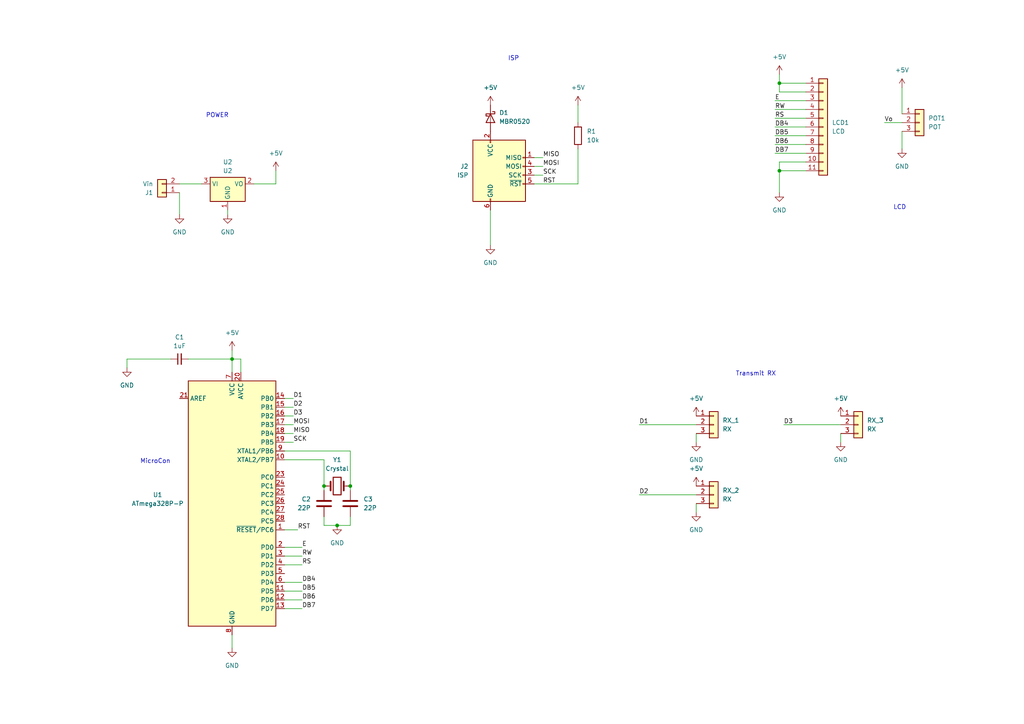
<source format=kicad_sch>
(kicad_sch (version 20230121) (generator eeschema)

  (uuid 8cecd259-b730-4fc5-8825-ce29d29012e9)

  (paper "A4")

  (lib_symbols
    (symbol "Connector:AVR-ISP-6" (pin_names (offset 1.016)) (in_bom yes) (on_board yes)
      (property "Reference" "J" (at -6.35 11.43 0)
        (effects (font (size 1.27 1.27)) (justify left))
      )
      (property "Value" "AVR-ISP-6" (at 0 11.43 0)
        (effects (font (size 1.27 1.27)) (justify left))
      )
      (property "Footprint" "" (at -6.35 1.27 90)
        (effects (font (size 1.27 1.27)) hide)
      )
      (property "Datasheet" " ~" (at -32.385 -13.97 0)
        (effects (font (size 1.27 1.27)) hide)
      )
      (property "ki_keywords" "AVR ISP Connector" (at 0 0 0)
        (effects (font (size 1.27 1.27)) hide)
      )
      (property "ki_description" "Atmel 6-pin ISP connector" (at 0 0 0)
        (effects (font (size 1.27 1.27)) hide)
      )
      (property "ki_fp_filters" "IDC?Header*2x03* Pin?Header*2x03*" (at 0 0 0)
        (effects (font (size 1.27 1.27)) hide)
      )
      (symbol "AVR-ISP-6_0_1"
        (rectangle (start -2.667 -6.858) (end -2.413 -7.62)
          (stroke (width 0) (type default))
          (fill (type none))
        )
        (rectangle (start -2.667 10.16) (end -2.413 9.398)
          (stroke (width 0) (type default))
          (fill (type none))
        )
        (rectangle (start 7.62 -2.413) (end 6.858 -2.667)
          (stroke (width 0) (type default))
          (fill (type none))
        )
        (rectangle (start 7.62 0.127) (end 6.858 -0.127)
          (stroke (width 0) (type default))
          (fill (type none))
        )
        (rectangle (start 7.62 2.667) (end 6.858 2.413)
          (stroke (width 0) (type default))
          (fill (type none))
        )
        (rectangle (start 7.62 5.207) (end 6.858 4.953)
          (stroke (width 0) (type default))
          (fill (type none))
        )
        (rectangle (start 7.62 10.16) (end -7.62 -7.62)
          (stroke (width 0.254) (type default))
          (fill (type background))
        )
      )
      (symbol "AVR-ISP-6_1_1"
        (pin passive line (at 10.16 5.08 180) (length 2.54)
          (name "MISO" (effects (font (size 1.27 1.27))))
          (number "1" (effects (font (size 1.27 1.27))))
        )
        (pin passive line (at -2.54 12.7 270) (length 2.54)
          (name "VCC" (effects (font (size 1.27 1.27))))
          (number "2" (effects (font (size 1.27 1.27))))
        )
        (pin passive line (at 10.16 0 180) (length 2.54)
          (name "SCK" (effects (font (size 1.27 1.27))))
          (number "3" (effects (font (size 1.27 1.27))))
        )
        (pin passive line (at 10.16 2.54 180) (length 2.54)
          (name "MOSI" (effects (font (size 1.27 1.27))))
          (number "4" (effects (font (size 1.27 1.27))))
        )
        (pin passive line (at 10.16 -2.54 180) (length 2.54)
          (name "~{RST}" (effects (font (size 1.27 1.27))))
          (number "5" (effects (font (size 1.27 1.27))))
        )
        (pin passive line (at -2.54 -10.16 90) (length 2.54)
          (name "GND" (effects (font (size 1.27 1.27))))
          (number "6" (effects (font (size 1.27 1.27))))
        )
      )
    )
    (symbol "Connector_Generic:Conn_01x02" (pin_names (offset 1.016) hide) (in_bom yes) (on_board yes)
      (property "Reference" "J" (at 0 2.54 0)
        (effects (font (size 1.27 1.27)))
      )
      (property "Value" "Conn_01x02" (at 0 -5.08 0)
        (effects (font (size 1.27 1.27)))
      )
      (property "Footprint" "" (at 0 0 0)
        (effects (font (size 1.27 1.27)) hide)
      )
      (property "Datasheet" "~" (at 0 0 0)
        (effects (font (size 1.27 1.27)) hide)
      )
      (property "ki_keywords" "connector" (at 0 0 0)
        (effects (font (size 1.27 1.27)) hide)
      )
      (property "ki_description" "Generic connector, single row, 01x02, script generated (kicad-library-utils/schlib/autogen/connector/)" (at 0 0 0)
        (effects (font (size 1.27 1.27)) hide)
      )
      (property "ki_fp_filters" "Connector*:*_1x??_*" (at 0 0 0)
        (effects (font (size 1.27 1.27)) hide)
      )
      (symbol "Conn_01x02_1_1"
        (rectangle (start -1.27 -2.413) (end 0 -2.667)
          (stroke (width 0.1524) (type default))
          (fill (type none))
        )
        (rectangle (start -1.27 0.127) (end 0 -0.127)
          (stroke (width 0.1524) (type default))
          (fill (type none))
        )
        (rectangle (start -1.27 1.27) (end 1.27 -3.81)
          (stroke (width 0.254) (type default))
          (fill (type background))
        )
        (pin passive line (at -5.08 0 0) (length 3.81)
          (name "Pin_1" (effects (font (size 1.27 1.27))))
          (number "1" (effects (font (size 1.27 1.27))))
        )
        (pin passive line (at -5.08 -2.54 0) (length 3.81)
          (name "Pin_2" (effects (font (size 1.27 1.27))))
          (number "2" (effects (font (size 1.27 1.27))))
        )
      )
    )
    (symbol "Connector_Generic:Conn_01x03" (pin_names (offset 1.016) hide) (in_bom yes) (on_board yes)
      (property "Reference" "J" (at 0 5.08 0)
        (effects (font (size 1.27 1.27)))
      )
      (property "Value" "Conn_01x03" (at 0 -5.08 0)
        (effects (font (size 1.27 1.27)))
      )
      (property "Footprint" "" (at 0 0 0)
        (effects (font (size 1.27 1.27)) hide)
      )
      (property "Datasheet" "~" (at 0 0 0)
        (effects (font (size 1.27 1.27)) hide)
      )
      (property "ki_keywords" "connector" (at 0 0 0)
        (effects (font (size 1.27 1.27)) hide)
      )
      (property "ki_description" "Generic connector, single row, 01x03, script generated (kicad-library-utils/schlib/autogen/connector/)" (at 0 0 0)
        (effects (font (size 1.27 1.27)) hide)
      )
      (property "ki_fp_filters" "Connector*:*_1x??_*" (at 0 0 0)
        (effects (font (size 1.27 1.27)) hide)
      )
      (symbol "Conn_01x03_1_1"
        (rectangle (start -1.27 -2.413) (end 0 -2.667)
          (stroke (width 0.1524) (type default))
          (fill (type none))
        )
        (rectangle (start -1.27 0.127) (end 0 -0.127)
          (stroke (width 0.1524) (type default))
          (fill (type none))
        )
        (rectangle (start -1.27 2.667) (end 0 2.413)
          (stroke (width 0.1524) (type default))
          (fill (type none))
        )
        (rectangle (start -1.27 3.81) (end 1.27 -3.81)
          (stroke (width 0.254) (type default))
          (fill (type background))
        )
        (pin passive line (at -5.08 2.54 0) (length 3.81)
          (name "Pin_1" (effects (font (size 1.27 1.27))))
          (number "1" (effects (font (size 1.27 1.27))))
        )
        (pin passive line (at -5.08 0 0) (length 3.81)
          (name "Pin_2" (effects (font (size 1.27 1.27))))
          (number "2" (effects (font (size 1.27 1.27))))
        )
        (pin passive line (at -5.08 -2.54 0) (length 3.81)
          (name "Pin_3" (effects (font (size 1.27 1.27))))
          (number "3" (effects (font (size 1.27 1.27))))
        )
      )
    )
    (symbol "Connector_Generic:Conn_01x11" (pin_names (offset 1.016) hide) (in_bom yes) (on_board yes)
      (property "Reference" "J" (at 0 15.24 0)
        (effects (font (size 1.27 1.27)))
      )
      (property "Value" "Conn_01x11" (at 0 -15.24 0)
        (effects (font (size 1.27 1.27)))
      )
      (property "Footprint" "" (at 0 0 0)
        (effects (font (size 1.27 1.27)) hide)
      )
      (property "Datasheet" "~" (at 0 0 0)
        (effects (font (size 1.27 1.27)) hide)
      )
      (property "ki_keywords" "connector" (at 0 0 0)
        (effects (font (size 1.27 1.27)) hide)
      )
      (property "ki_description" "Generic connector, single row, 01x11, script generated (kicad-library-utils/schlib/autogen/connector/)" (at 0 0 0)
        (effects (font (size 1.27 1.27)) hide)
      )
      (property "ki_fp_filters" "Connector*:*_1x??_*" (at 0 0 0)
        (effects (font (size 1.27 1.27)) hide)
      )
      (symbol "Conn_01x11_1_1"
        (rectangle (start -1.27 -12.573) (end 0 -12.827)
          (stroke (width 0.1524) (type default))
          (fill (type none))
        )
        (rectangle (start -1.27 -10.033) (end 0 -10.287)
          (stroke (width 0.1524) (type default))
          (fill (type none))
        )
        (rectangle (start -1.27 -7.493) (end 0 -7.747)
          (stroke (width 0.1524) (type default))
          (fill (type none))
        )
        (rectangle (start -1.27 -4.953) (end 0 -5.207)
          (stroke (width 0.1524) (type default))
          (fill (type none))
        )
        (rectangle (start -1.27 -2.413) (end 0 -2.667)
          (stroke (width 0.1524) (type default))
          (fill (type none))
        )
        (rectangle (start -1.27 0.127) (end 0 -0.127)
          (stroke (width 0.1524) (type default))
          (fill (type none))
        )
        (rectangle (start -1.27 2.667) (end 0 2.413)
          (stroke (width 0.1524) (type default))
          (fill (type none))
        )
        (rectangle (start -1.27 5.207) (end 0 4.953)
          (stroke (width 0.1524) (type default))
          (fill (type none))
        )
        (rectangle (start -1.27 7.747) (end 0 7.493)
          (stroke (width 0.1524) (type default))
          (fill (type none))
        )
        (rectangle (start -1.27 10.287) (end 0 10.033)
          (stroke (width 0.1524) (type default))
          (fill (type none))
        )
        (rectangle (start -1.27 12.827) (end 0 12.573)
          (stroke (width 0.1524) (type default))
          (fill (type none))
        )
        (rectangle (start -1.27 13.97) (end 1.27 -13.97)
          (stroke (width 0.254) (type default))
          (fill (type background))
        )
        (pin passive line (at -5.08 12.7 0) (length 3.81)
          (name "Pin_1" (effects (font (size 1.27 1.27))))
          (number "1" (effects (font (size 1.27 1.27))))
        )
        (pin passive line (at -5.08 -10.16 0) (length 3.81)
          (name "Pin_10" (effects (font (size 1.27 1.27))))
          (number "10" (effects (font (size 1.27 1.27))))
        )
        (pin passive line (at -5.08 -12.7 0) (length 3.81)
          (name "Pin_11" (effects (font (size 1.27 1.27))))
          (number "11" (effects (font (size 1.27 1.27))))
        )
        (pin passive line (at -5.08 10.16 0) (length 3.81)
          (name "Pin_2" (effects (font (size 1.27 1.27))))
          (number "2" (effects (font (size 1.27 1.27))))
        )
        (pin passive line (at -5.08 7.62 0) (length 3.81)
          (name "Pin_3" (effects (font (size 1.27 1.27))))
          (number "3" (effects (font (size 1.27 1.27))))
        )
        (pin passive line (at -5.08 5.08 0) (length 3.81)
          (name "Pin_4" (effects (font (size 1.27 1.27))))
          (number "4" (effects (font (size 1.27 1.27))))
        )
        (pin passive line (at -5.08 2.54 0) (length 3.81)
          (name "Pin_5" (effects (font (size 1.27 1.27))))
          (number "5" (effects (font (size 1.27 1.27))))
        )
        (pin passive line (at -5.08 0 0) (length 3.81)
          (name "Pin_6" (effects (font (size 1.27 1.27))))
          (number "6" (effects (font (size 1.27 1.27))))
        )
        (pin passive line (at -5.08 -2.54 0) (length 3.81)
          (name "Pin_7" (effects (font (size 1.27 1.27))))
          (number "7" (effects (font (size 1.27 1.27))))
        )
        (pin passive line (at -5.08 -5.08 0) (length 3.81)
          (name "Pin_8" (effects (font (size 1.27 1.27))))
          (number "8" (effects (font (size 1.27 1.27))))
        )
        (pin passive line (at -5.08 -7.62 0) (length 3.81)
          (name "Pin_9" (effects (font (size 1.27 1.27))))
          (number "9" (effects (font (size 1.27 1.27))))
        )
      )
    )
    (symbol "Device:C" (pin_numbers hide) (pin_names (offset 0.254)) (in_bom yes) (on_board yes)
      (property "Reference" "C" (at 0.635 2.54 0)
        (effects (font (size 1.27 1.27)) (justify left))
      )
      (property "Value" "C" (at 0.635 -2.54 0)
        (effects (font (size 1.27 1.27)) (justify left))
      )
      (property "Footprint" "" (at 0.9652 -3.81 0)
        (effects (font (size 1.27 1.27)) hide)
      )
      (property "Datasheet" "~" (at 0 0 0)
        (effects (font (size 1.27 1.27)) hide)
      )
      (property "ki_keywords" "cap capacitor" (at 0 0 0)
        (effects (font (size 1.27 1.27)) hide)
      )
      (property "ki_description" "Unpolarized capacitor" (at 0 0 0)
        (effects (font (size 1.27 1.27)) hide)
      )
      (property "ki_fp_filters" "C_*" (at 0 0 0)
        (effects (font (size 1.27 1.27)) hide)
      )
      (symbol "C_0_1"
        (polyline
          (pts
            (xy -2.032 -0.762)
            (xy 2.032 -0.762)
          )
          (stroke (width 0.508) (type default))
          (fill (type none))
        )
        (polyline
          (pts
            (xy -2.032 0.762)
            (xy 2.032 0.762)
          )
          (stroke (width 0.508) (type default))
          (fill (type none))
        )
      )
      (symbol "C_1_1"
        (pin passive line (at 0 3.81 270) (length 2.794)
          (name "~" (effects (font (size 1.27 1.27))))
          (number "1" (effects (font (size 1.27 1.27))))
        )
        (pin passive line (at 0 -3.81 90) (length 2.794)
          (name "~" (effects (font (size 1.27 1.27))))
          (number "2" (effects (font (size 1.27 1.27))))
        )
      )
    )
    (symbol "Device:C_Small" (pin_numbers hide) (pin_names (offset 0.254) hide) (in_bom yes) (on_board yes)
      (property "Reference" "C" (at 0.254 1.778 0)
        (effects (font (size 1.27 1.27)) (justify left))
      )
      (property "Value" "C_Small" (at 0.254 -2.032 0)
        (effects (font (size 1.27 1.27)) (justify left))
      )
      (property "Footprint" "" (at 0 0 0)
        (effects (font (size 1.27 1.27)) hide)
      )
      (property "Datasheet" "~" (at 0 0 0)
        (effects (font (size 1.27 1.27)) hide)
      )
      (property "ki_keywords" "capacitor cap" (at 0 0 0)
        (effects (font (size 1.27 1.27)) hide)
      )
      (property "ki_description" "Unpolarized capacitor, small symbol" (at 0 0 0)
        (effects (font (size 1.27 1.27)) hide)
      )
      (property "ki_fp_filters" "C_*" (at 0 0 0)
        (effects (font (size 1.27 1.27)) hide)
      )
      (symbol "C_Small_0_1"
        (polyline
          (pts
            (xy -1.524 -0.508)
            (xy 1.524 -0.508)
          )
          (stroke (width 0.3302) (type default))
          (fill (type none))
        )
        (polyline
          (pts
            (xy -1.524 0.508)
            (xy 1.524 0.508)
          )
          (stroke (width 0.3048) (type default))
          (fill (type none))
        )
      )
      (symbol "C_Small_1_1"
        (pin passive line (at 0 2.54 270) (length 2.032)
          (name "~" (effects (font (size 1.27 1.27))))
          (number "1" (effects (font (size 1.27 1.27))))
        )
        (pin passive line (at 0 -2.54 90) (length 2.032)
          (name "~" (effects (font (size 1.27 1.27))))
          (number "2" (effects (font (size 1.27 1.27))))
        )
      )
    )
    (symbol "Device:Crystal" (pin_numbers hide) (pin_names (offset 1.016) hide) (in_bom yes) (on_board yes)
      (property "Reference" "Y" (at 0 3.81 0)
        (effects (font (size 1.27 1.27)))
      )
      (property "Value" "Crystal" (at 0 -3.81 0)
        (effects (font (size 1.27 1.27)))
      )
      (property "Footprint" "" (at 0 0 0)
        (effects (font (size 1.27 1.27)) hide)
      )
      (property "Datasheet" "~" (at 0 0 0)
        (effects (font (size 1.27 1.27)) hide)
      )
      (property "ki_keywords" "quartz ceramic resonator oscillator" (at 0 0 0)
        (effects (font (size 1.27 1.27)) hide)
      )
      (property "ki_description" "Two pin crystal" (at 0 0 0)
        (effects (font (size 1.27 1.27)) hide)
      )
      (property "ki_fp_filters" "Crystal*" (at 0 0 0)
        (effects (font (size 1.27 1.27)) hide)
      )
      (symbol "Crystal_0_1"
        (rectangle (start -1.143 2.54) (end 1.143 -2.54)
          (stroke (width 0.3048) (type default))
          (fill (type none))
        )
        (polyline
          (pts
            (xy -2.54 0)
            (xy -1.905 0)
          )
          (stroke (width 0) (type default))
          (fill (type none))
        )
        (polyline
          (pts
            (xy -1.905 -1.27)
            (xy -1.905 1.27)
          )
          (stroke (width 0.508) (type default))
          (fill (type none))
        )
        (polyline
          (pts
            (xy 1.905 -1.27)
            (xy 1.905 1.27)
          )
          (stroke (width 0.508) (type default))
          (fill (type none))
        )
        (polyline
          (pts
            (xy 2.54 0)
            (xy 1.905 0)
          )
          (stroke (width 0) (type default))
          (fill (type none))
        )
      )
      (symbol "Crystal_1_1"
        (pin passive line (at -3.81 0 0) (length 1.27)
          (name "1" (effects (font (size 1.27 1.27))))
          (number "1" (effects (font (size 1.27 1.27))))
        )
        (pin passive line (at 3.81 0 180) (length 1.27)
          (name "2" (effects (font (size 1.27 1.27))))
          (number "2" (effects (font (size 1.27 1.27))))
        )
      )
    )
    (symbol "Device:R" (pin_numbers hide) (pin_names (offset 0)) (in_bom yes) (on_board yes)
      (property "Reference" "R" (at 2.032 0 90)
        (effects (font (size 1.27 1.27)))
      )
      (property "Value" "R" (at 0 0 90)
        (effects (font (size 1.27 1.27)))
      )
      (property "Footprint" "" (at -1.778 0 90)
        (effects (font (size 1.27 1.27)) hide)
      )
      (property "Datasheet" "~" (at 0 0 0)
        (effects (font (size 1.27 1.27)) hide)
      )
      (property "ki_keywords" "R res resistor" (at 0 0 0)
        (effects (font (size 1.27 1.27)) hide)
      )
      (property "ki_description" "Resistor" (at 0 0 0)
        (effects (font (size 1.27 1.27)) hide)
      )
      (property "ki_fp_filters" "R_*" (at 0 0 0)
        (effects (font (size 1.27 1.27)) hide)
      )
      (symbol "R_0_1"
        (rectangle (start -1.016 -2.54) (end 1.016 2.54)
          (stroke (width 0.254) (type default))
          (fill (type none))
        )
      )
      (symbol "R_1_1"
        (pin passive line (at 0 3.81 270) (length 1.27)
          (name "~" (effects (font (size 1.27 1.27))))
          (number "1" (effects (font (size 1.27 1.27))))
        )
        (pin passive line (at 0 -3.81 90) (length 1.27)
          (name "~" (effects (font (size 1.27 1.27))))
          (number "2" (effects (font (size 1.27 1.27))))
        )
      )
    )
    (symbol "Diode:MBR0520" (pin_numbers hide) (pin_names (offset 1.016) hide) (in_bom yes) (on_board yes)
      (property "Reference" "D" (at 0 2.54 0)
        (effects (font (size 1.27 1.27)))
      )
      (property "Value" "MBR0520" (at 0 -2.54 0)
        (effects (font (size 1.27 1.27)))
      )
      (property "Footprint" "Diode_SMD:D_SOD-123" (at 0 -4.445 0)
        (effects (font (size 1.27 1.27)) hide)
      )
      (property "Datasheet" "http://www.mccsemi.com/up_pdf/MBR0520~MBR0580(SOD123).pdf" (at 0 0 0)
        (effects (font (size 1.27 1.27)) hide)
      )
      (property "ki_keywords" "diode Schottky" (at 0 0 0)
        (effects (font (size 1.27 1.27)) hide)
      )
      (property "ki_description" "20V 0.5A Schottky Power Rectifier Diode, SOD-123" (at 0 0 0)
        (effects (font (size 1.27 1.27)) hide)
      )
      (property "ki_fp_filters" "D*SOD?123*" (at 0 0 0)
        (effects (font (size 1.27 1.27)) hide)
      )
      (symbol "MBR0520_0_1"
        (polyline
          (pts
            (xy 1.27 0)
            (xy -1.27 0)
          )
          (stroke (width 0) (type default))
          (fill (type none))
        )
        (polyline
          (pts
            (xy 1.27 1.27)
            (xy 1.27 -1.27)
            (xy -1.27 0)
            (xy 1.27 1.27)
          )
          (stroke (width 0.254) (type default))
          (fill (type none))
        )
        (polyline
          (pts
            (xy -1.905 0.635)
            (xy -1.905 1.27)
            (xy -1.27 1.27)
            (xy -1.27 -1.27)
            (xy -0.635 -1.27)
            (xy -0.635 -0.635)
          )
          (stroke (width 0.254) (type default))
          (fill (type none))
        )
      )
      (symbol "MBR0520_1_1"
        (pin passive line (at -3.81 0 0) (length 2.54)
          (name "K" (effects (font (size 1.27 1.27))))
          (number "1" (effects (font (size 1.27 1.27))))
        )
        (pin passive line (at 3.81 0 180) (length 2.54)
          (name "A" (effects (font (size 1.27 1.27))))
          (number "2" (effects (font (size 1.27 1.27))))
        )
      )
    )
    (symbol "MCU_Microchip_ATmega:ATmega328P-P" (in_bom yes) (on_board yes)
      (property "Reference" "U" (at -12.7 36.83 0)
        (effects (font (size 1.27 1.27)) (justify left bottom))
      )
      (property "Value" "ATmega328P-P" (at 2.54 -36.83 0)
        (effects (font (size 1.27 1.27)) (justify left top))
      )
      (property "Footprint" "Package_DIP:DIP-28_W7.62mm" (at 0 0 0)
        (effects (font (size 1.27 1.27) italic) hide)
      )
      (property "Datasheet" "http://ww1.microchip.com/downloads/en/DeviceDoc/ATmega328_P%20AVR%20MCU%20with%20picoPower%20Technology%20Data%20Sheet%2040001984A.pdf" (at 0 0 0)
        (effects (font (size 1.27 1.27)) hide)
      )
      (property "ki_keywords" "AVR 8bit Microcontroller MegaAVR PicoPower" (at 0 0 0)
        (effects (font (size 1.27 1.27)) hide)
      )
      (property "ki_description" "20MHz, 32kB Flash, 2kB SRAM, 1kB EEPROM, DIP-28" (at 0 0 0)
        (effects (font (size 1.27 1.27)) hide)
      )
      (property "ki_fp_filters" "DIP*W7.62mm*" (at 0 0 0)
        (effects (font (size 1.27 1.27)) hide)
      )
      (symbol "ATmega328P-P_0_1"
        (rectangle (start -12.7 -35.56) (end 12.7 35.56)
          (stroke (width 0.254) (type default))
          (fill (type background))
        )
      )
      (symbol "ATmega328P-P_1_1"
        (pin bidirectional line (at 15.24 -7.62 180) (length 2.54)
          (name "~{RESET}/PC6" (effects (font (size 1.27 1.27))))
          (number "1" (effects (font (size 1.27 1.27))))
        )
        (pin bidirectional line (at 15.24 12.7 180) (length 2.54)
          (name "XTAL2/PB7" (effects (font (size 1.27 1.27))))
          (number "10" (effects (font (size 1.27 1.27))))
        )
        (pin bidirectional line (at 15.24 -25.4 180) (length 2.54)
          (name "PD5" (effects (font (size 1.27 1.27))))
          (number "11" (effects (font (size 1.27 1.27))))
        )
        (pin bidirectional line (at 15.24 -27.94 180) (length 2.54)
          (name "PD6" (effects (font (size 1.27 1.27))))
          (number "12" (effects (font (size 1.27 1.27))))
        )
        (pin bidirectional line (at 15.24 -30.48 180) (length 2.54)
          (name "PD7" (effects (font (size 1.27 1.27))))
          (number "13" (effects (font (size 1.27 1.27))))
        )
        (pin bidirectional line (at 15.24 30.48 180) (length 2.54)
          (name "PB0" (effects (font (size 1.27 1.27))))
          (number "14" (effects (font (size 1.27 1.27))))
        )
        (pin bidirectional line (at 15.24 27.94 180) (length 2.54)
          (name "PB1" (effects (font (size 1.27 1.27))))
          (number "15" (effects (font (size 1.27 1.27))))
        )
        (pin bidirectional line (at 15.24 25.4 180) (length 2.54)
          (name "PB2" (effects (font (size 1.27 1.27))))
          (number "16" (effects (font (size 1.27 1.27))))
        )
        (pin bidirectional line (at 15.24 22.86 180) (length 2.54)
          (name "PB3" (effects (font (size 1.27 1.27))))
          (number "17" (effects (font (size 1.27 1.27))))
        )
        (pin bidirectional line (at 15.24 20.32 180) (length 2.54)
          (name "PB4" (effects (font (size 1.27 1.27))))
          (number "18" (effects (font (size 1.27 1.27))))
        )
        (pin bidirectional line (at 15.24 17.78 180) (length 2.54)
          (name "PB5" (effects (font (size 1.27 1.27))))
          (number "19" (effects (font (size 1.27 1.27))))
        )
        (pin bidirectional line (at 15.24 -12.7 180) (length 2.54)
          (name "PD0" (effects (font (size 1.27 1.27))))
          (number "2" (effects (font (size 1.27 1.27))))
        )
        (pin power_in line (at 2.54 38.1 270) (length 2.54)
          (name "AVCC" (effects (font (size 1.27 1.27))))
          (number "20" (effects (font (size 1.27 1.27))))
        )
        (pin passive line (at -15.24 30.48 0) (length 2.54)
          (name "AREF" (effects (font (size 1.27 1.27))))
          (number "21" (effects (font (size 1.27 1.27))))
        )
        (pin passive line (at 0 -38.1 90) (length 2.54) hide
          (name "GND" (effects (font (size 1.27 1.27))))
          (number "22" (effects (font (size 1.27 1.27))))
        )
        (pin bidirectional line (at 15.24 7.62 180) (length 2.54)
          (name "PC0" (effects (font (size 1.27 1.27))))
          (number "23" (effects (font (size 1.27 1.27))))
        )
        (pin bidirectional line (at 15.24 5.08 180) (length 2.54)
          (name "PC1" (effects (font (size 1.27 1.27))))
          (number "24" (effects (font (size 1.27 1.27))))
        )
        (pin bidirectional line (at 15.24 2.54 180) (length 2.54)
          (name "PC2" (effects (font (size 1.27 1.27))))
          (number "25" (effects (font (size 1.27 1.27))))
        )
        (pin bidirectional line (at 15.24 0 180) (length 2.54)
          (name "PC3" (effects (font (size 1.27 1.27))))
          (number "26" (effects (font (size 1.27 1.27))))
        )
        (pin bidirectional line (at 15.24 -2.54 180) (length 2.54)
          (name "PC4" (effects (font (size 1.27 1.27))))
          (number "27" (effects (font (size 1.27 1.27))))
        )
        (pin bidirectional line (at 15.24 -5.08 180) (length 2.54)
          (name "PC5" (effects (font (size 1.27 1.27))))
          (number "28" (effects (font (size 1.27 1.27))))
        )
        (pin bidirectional line (at 15.24 -15.24 180) (length 2.54)
          (name "PD1" (effects (font (size 1.27 1.27))))
          (number "3" (effects (font (size 1.27 1.27))))
        )
        (pin bidirectional line (at 15.24 -17.78 180) (length 2.54)
          (name "PD2" (effects (font (size 1.27 1.27))))
          (number "4" (effects (font (size 1.27 1.27))))
        )
        (pin bidirectional line (at 15.24 -20.32 180) (length 2.54)
          (name "PD3" (effects (font (size 1.27 1.27))))
          (number "5" (effects (font (size 1.27 1.27))))
        )
        (pin bidirectional line (at 15.24 -22.86 180) (length 2.54)
          (name "PD4" (effects (font (size 1.27 1.27))))
          (number "6" (effects (font (size 1.27 1.27))))
        )
        (pin power_in line (at 0 38.1 270) (length 2.54)
          (name "VCC" (effects (font (size 1.27 1.27))))
          (number "7" (effects (font (size 1.27 1.27))))
        )
        (pin power_in line (at 0 -38.1 90) (length 2.54)
          (name "GND" (effects (font (size 1.27 1.27))))
          (number "8" (effects (font (size 1.27 1.27))))
        )
        (pin bidirectional line (at 15.24 15.24 180) (length 2.54)
          (name "XTAL1/PB6" (effects (font (size 1.27 1.27))))
          (number "9" (effects (font (size 1.27 1.27))))
        )
      )
    )
    (symbol "Regulator_Linear:LM1117MP-5.0" (in_bom yes) (on_board yes)
      (property "Reference" "U" (at -3.81 3.175 0)
        (effects (font (size 1.27 1.27)))
      )
      (property "Value" "LM1117MP-5.0" (at 0 3.175 0)
        (effects (font (size 1.27 1.27)) (justify left))
      )
      (property "Footprint" "Package_TO_SOT_SMD:SOT-223-3_TabPin2" (at 0 0 0)
        (effects (font (size 1.27 1.27)) hide)
      )
      (property "Datasheet" "http://www.ti.com/lit/ds/symlink/lm1117.pdf" (at 0 0 0)
        (effects (font (size 1.27 1.27)) hide)
      )
      (property "ki_keywords" "linear regulator ldo fixed positive" (at 0 0 0)
        (effects (font (size 1.27 1.27)) hide)
      )
      (property "ki_description" "800mA Low-Dropout Linear Regulator, 5.0V fixed output, SOT-223" (at 0 0 0)
        (effects (font (size 1.27 1.27)) hide)
      )
      (property "ki_fp_filters" "SOT?223*" (at 0 0 0)
        (effects (font (size 1.27 1.27)) hide)
      )
      (symbol "LM1117MP-5.0_0_1"
        (rectangle (start -5.08 -5.08) (end 5.08 1.905)
          (stroke (width 0.254) (type default))
          (fill (type background))
        )
      )
      (symbol "LM1117MP-5.0_1_1"
        (pin power_in line (at 0 -7.62 90) (length 2.54)
          (name "GND" (effects (font (size 1.27 1.27))))
          (number "1" (effects (font (size 1.27 1.27))))
        )
        (pin power_out line (at 7.62 0 180) (length 2.54)
          (name "VO" (effects (font (size 1.27 1.27))))
          (number "2" (effects (font (size 1.27 1.27))))
        )
        (pin power_in line (at -7.62 0 0) (length 2.54)
          (name "VI" (effects (font (size 1.27 1.27))))
          (number "3" (effects (font (size 1.27 1.27))))
        )
      )
    )
    (symbol "power:+5V" (power) (pin_names (offset 0)) (in_bom yes) (on_board yes)
      (property "Reference" "#PWR" (at 0 -3.81 0)
        (effects (font (size 1.27 1.27)) hide)
      )
      (property "Value" "+5V" (at 0 3.556 0)
        (effects (font (size 1.27 1.27)))
      )
      (property "Footprint" "" (at 0 0 0)
        (effects (font (size 1.27 1.27)) hide)
      )
      (property "Datasheet" "" (at 0 0 0)
        (effects (font (size 1.27 1.27)) hide)
      )
      (property "ki_keywords" "global power" (at 0 0 0)
        (effects (font (size 1.27 1.27)) hide)
      )
      (property "ki_description" "Power symbol creates a global label with name \"+5V\"" (at 0 0 0)
        (effects (font (size 1.27 1.27)) hide)
      )
      (symbol "+5V_0_1"
        (polyline
          (pts
            (xy -0.762 1.27)
            (xy 0 2.54)
          )
          (stroke (width 0) (type default))
          (fill (type none))
        )
        (polyline
          (pts
            (xy 0 0)
            (xy 0 2.54)
          )
          (stroke (width 0) (type default))
          (fill (type none))
        )
        (polyline
          (pts
            (xy 0 2.54)
            (xy 0.762 1.27)
          )
          (stroke (width 0) (type default))
          (fill (type none))
        )
      )
      (symbol "+5V_1_1"
        (pin power_in line (at 0 0 90) (length 0) hide
          (name "+5V" (effects (font (size 1.27 1.27))))
          (number "1" (effects (font (size 1.27 1.27))))
        )
      )
    )
    (symbol "power:GND" (power) (pin_names (offset 0)) (in_bom yes) (on_board yes)
      (property "Reference" "#PWR" (at 0 -6.35 0)
        (effects (font (size 1.27 1.27)) hide)
      )
      (property "Value" "GND" (at 0 -3.81 0)
        (effects (font (size 1.27 1.27)))
      )
      (property "Footprint" "" (at 0 0 0)
        (effects (font (size 1.27 1.27)) hide)
      )
      (property "Datasheet" "" (at 0 0 0)
        (effects (font (size 1.27 1.27)) hide)
      )
      (property "ki_keywords" "global power" (at 0 0 0)
        (effects (font (size 1.27 1.27)) hide)
      )
      (property "ki_description" "Power symbol creates a global label with name \"GND\" , ground" (at 0 0 0)
        (effects (font (size 1.27 1.27)) hide)
      )
      (symbol "GND_0_1"
        (polyline
          (pts
            (xy 0 0)
            (xy 0 -1.27)
            (xy 1.27 -1.27)
            (xy 0 -2.54)
            (xy -1.27 -1.27)
            (xy 0 -1.27)
          )
          (stroke (width 0) (type default))
          (fill (type none))
        )
      )
      (symbol "GND_1_1"
        (pin power_in line (at 0 0 270) (length 0) hide
          (name "GND" (effects (font (size 1.27 1.27))))
          (number "1" (effects (font (size 1.27 1.27))))
        )
      )
    )
  )

  (junction (at 101.6 140.97) (diameter 0) (color 0 0 0 0)
    (uuid 6f477a18-71b0-48c8-a74a-1d885353ca97)
  )
  (junction (at 226.06 49.53) (diameter 0) (color 0 0 0 0)
    (uuid 730ceb98-35b9-4c39-ae20-a5968ff3dd28)
  )
  (junction (at 67.31 104.14) (diameter 0) (color 0 0 0 0)
    (uuid af778772-e0c0-4d12-806a-3d16216cd9fd)
  )
  (junction (at 93.98 140.97) (diameter 0) (color 0 0 0 0)
    (uuid dbc64edc-d1a1-4084-b6ee-4cc9f142be76)
  )
  (junction (at 226.06 24.13) (diameter 0) (color 0 0 0 0)
    (uuid dc4428b1-c7d7-43ef-a737-513116a56c59)
  )
  (junction (at 97.79 152.4) (diameter 0) (color 0 0 0 0)
    (uuid f64ecac4-e70e-4539-8e04-470801b694e4)
  )

  (wire (pts (xy 82.55 118.11) (xy 85.09 118.11))
    (stroke (width 0) (type default))
    (uuid 05f32976-f53f-41f8-b570-c1341d00427d)
  )
  (wire (pts (xy 82.55 173.99) (xy 87.63 173.99))
    (stroke (width 0) (type default))
    (uuid 0ce342cb-11b7-47ff-83e6-44ea48c4e1d1)
  )
  (wire (pts (xy 80.01 53.34) (xy 73.66 53.34))
    (stroke (width 0) (type default))
    (uuid 0d13ef83-d5fd-4920-87ef-bb6d612cbace)
  )
  (wire (pts (xy 201.93 128.27) (xy 201.93 125.73))
    (stroke (width 0) (type default))
    (uuid 0e533eda-14b6-4ce5-a5e3-46311df32c7b)
  )
  (wire (pts (xy 82.55 171.45) (xy 87.63 171.45))
    (stroke (width 0) (type default))
    (uuid 0e644b10-4e9b-4b25-bc19-67de39a85db9)
  )
  (wire (pts (xy 224.79 39.37) (xy 233.68 39.37))
    (stroke (width 0) (type default))
    (uuid 0f3c9bc8-deec-4495-9fa2-dbbdb881adb9)
  )
  (wire (pts (xy 93.98 152.4) (xy 97.79 152.4))
    (stroke (width 0) (type default))
    (uuid 12a89c6c-0db5-42f1-a2e8-ea6438276016)
  )
  (wire (pts (xy 201.93 148.59) (xy 201.93 146.05))
    (stroke (width 0) (type default))
    (uuid 164cdf13-1b8c-4222-9aef-d416707a1eb6)
  )
  (wire (pts (xy 66.04 60.96) (xy 66.04 62.23))
    (stroke (width 0) (type default))
    (uuid 1b6280c6-3790-4b0d-8bf2-88cad57d1c1c)
  )
  (wire (pts (xy 256.54 35.56) (xy 261.62 35.56))
    (stroke (width 0) (type default))
    (uuid 1b91107a-a5f6-43a5-af57-5942992c35da)
  )
  (wire (pts (xy 52.07 55.88) (xy 52.07 62.23))
    (stroke (width 0) (type default))
    (uuid 1d10d9af-b71d-42a1-a642-b7f68a441b3e)
  )
  (wire (pts (xy 82.55 168.91) (xy 87.63 168.91))
    (stroke (width 0) (type default))
    (uuid 1fdaf94e-084f-42a1-8934-967d98dde8a6)
  )
  (wire (pts (xy 224.79 29.21) (xy 233.68 29.21))
    (stroke (width 0) (type default))
    (uuid 2eb98168-e800-453f-bff7-ccb277544ea3)
  )
  (wire (pts (xy 82.55 128.27) (xy 85.09 128.27))
    (stroke (width 0) (type default))
    (uuid 2f92531d-2167-4648-b199-5c4c0acdcaec)
  )
  (wire (pts (xy 52.07 53.34) (xy 58.42 53.34))
    (stroke (width 0) (type default))
    (uuid 3061c888-4249-424e-be63-ba5a980dc448)
  )
  (wire (pts (xy 82.55 176.53) (xy 87.63 176.53))
    (stroke (width 0) (type default))
    (uuid 47e581fa-458e-405e-882d-68f72ce2a29e)
  )
  (wire (pts (xy 224.79 31.75) (xy 233.68 31.75))
    (stroke (width 0) (type default))
    (uuid 4bb8d8ee-adab-47fb-b92e-2336b0fc86fc)
  )
  (wire (pts (xy 233.68 46.99) (xy 226.06 46.99))
    (stroke (width 0) (type default))
    (uuid 4c5c1600-3350-46fd-8def-4f0f21c491d3)
  )
  (wire (pts (xy 82.55 120.65) (xy 85.09 120.65))
    (stroke (width 0) (type default))
    (uuid 4c69069b-f0d8-40c8-93c2-ce0a5bbd5254)
  )
  (wire (pts (xy 82.55 133.35) (xy 93.98 133.35))
    (stroke (width 0) (type default))
    (uuid 4f38cf20-1419-4893-9ed6-cc477993ae59)
  )
  (wire (pts (xy 82.55 115.57) (xy 85.09 115.57))
    (stroke (width 0) (type default))
    (uuid 51bf1cb0-ba90-4a8d-a3fa-c013ebca3608)
  )
  (wire (pts (xy 93.98 140.97) (xy 93.98 142.24))
    (stroke (width 0) (type default))
    (uuid 57c04351-ed51-4df6-8b4b-d702e84efd23)
  )
  (wire (pts (xy 167.64 30.48) (xy 167.64 35.56))
    (stroke (width 0) (type default))
    (uuid 5be78bd1-5868-4888-b7de-f474cb27d75c)
  )
  (wire (pts (xy 227.33 123.19) (xy 243.84 123.19))
    (stroke (width 0) (type default))
    (uuid 5dc88052-a9d6-4132-b28c-b1a80c589002)
  )
  (wire (pts (xy 224.79 36.83) (xy 233.68 36.83))
    (stroke (width 0) (type default))
    (uuid 6065063a-ad5c-45af-b46a-ed32d2a20a1e)
  )
  (wire (pts (xy 67.31 184.15) (xy 67.31 187.96))
    (stroke (width 0) (type default))
    (uuid 6375c93d-2c07-46d6-b48b-b6efc790f826)
  )
  (wire (pts (xy 233.68 26.67) (xy 226.06 26.67))
    (stroke (width 0) (type default))
    (uuid 64fd14a7-94dd-4892-a6f2-41ae7b41b055)
  )
  (wire (pts (xy 261.62 25.4) (xy 261.62 33.02))
    (stroke (width 0) (type default))
    (uuid 700b3f97-12f6-4283-b020-db67bc21976c)
  )
  (wire (pts (xy 69.85 104.14) (xy 67.31 104.14))
    (stroke (width 0) (type default))
    (uuid 72db50b7-b806-48bd-ac77-e8a3c1c30d2b)
  )
  (wire (pts (xy 226.06 46.99) (xy 226.06 49.53))
    (stroke (width 0) (type default))
    (uuid 7b2f5201-bfc3-4a0e-a160-233168874421)
  )
  (wire (pts (xy 67.31 101.6) (xy 67.31 104.14))
    (stroke (width 0) (type default))
    (uuid 7e82cb9f-7234-4fc7-90f9-bf172a83e80c)
  )
  (wire (pts (xy 36.83 104.14) (xy 36.83 106.68))
    (stroke (width 0) (type default))
    (uuid 8275c9f9-b5e5-4dbd-8903-61f702d6046b)
  )
  (wire (pts (xy 54.61 104.14) (xy 67.31 104.14))
    (stroke (width 0) (type default))
    (uuid 87626e0f-589b-4eb4-8ee5-6377b9a3fd20)
  )
  (wire (pts (xy 243.84 128.27) (xy 243.84 125.73))
    (stroke (width 0) (type default))
    (uuid 879131fa-a0e8-4d91-8957-c0d1972f59a1)
  )
  (wire (pts (xy 167.64 43.18) (xy 167.64 53.34))
    (stroke (width 0) (type default))
    (uuid 8794621f-fa17-4cfe-87eb-2cc14bb5b859)
  )
  (wire (pts (xy 101.6 142.24) (xy 101.6 140.97))
    (stroke (width 0) (type default))
    (uuid 8aa42725-284b-483a-b187-f356377f1cfd)
  )
  (wire (pts (xy 226.06 21.59) (xy 226.06 24.13))
    (stroke (width 0) (type default))
    (uuid 8dc1df88-328f-498a-8a53-d5eefdacb04a)
  )
  (wire (pts (xy 233.68 49.53) (xy 226.06 49.53))
    (stroke (width 0) (type default))
    (uuid 8fe25e37-ee8d-4aba-9771-0be3eff8b0b3)
  )
  (wire (pts (xy 80.01 49.53) (xy 80.01 53.34))
    (stroke (width 0) (type default))
    (uuid 92fa0de5-599a-4b85-8bcb-d67e832d484f)
  )
  (wire (pts (xy 167.64 53.34) (xy 154.94 53.34))
    (stroke (width 0) (type default))
    (uuid 969d4610-e2c2-4be9-aaf2-872ebe78db61)
  )
  (wire (pts (xy 154.94 45.72) (xy 157.48 45.72))
    (stroke (width 0) (type default))
    (uuid 96e34356-7391-4bc7-a0f2-8e95bd4db5e2)
  )
  (wire (pts (xy 154.94 48.26) (xy 157.48 48.26))
    (stroke (width 0) (type default))
    (uuid 9af1c358-6a27-4dfa-96a0-be0cce185f13)
  )
  (wire (pts (xy 93.98 133.35) (xy 93.98 140.97))
    (stroke (width 0) (type default))
    (uuid 9c69afac-6a6b-4db8-8e76-9bb070bcaa43)
  )
  (wire (pts (xy 82.55 161.29) (xy 87.63 161.29))
    (stroke (width 0) (type default))
    (uuid 9c7621fd-ef70-401b-bbb1-9097ae564dea)
  )
  (wire (pts (xy 226.06 26.67) (xy 226.06 24.13))
    (stroke (width 0) (type default))
    (uuid 9dd9614f-c035-4ce2-b15f-97693ca0ce5b)
  )
  (wire (pts (xy 93.98 149.86) (xy 93.98 152.4))
    (stroke (width 0) (type default))
    (uuid a29b42f4-a8b2-49a1-9e06-a7b1be212d6b)
  )
  (wire (pts (xy 224.79 34.29) (xy 233.68 34.29))
    (stroke (width 0) (type default))
    (uuid ad7faa5f-3584-4f65-9b35-486a44563ed6)
  )
  (wire (pts (xy 101.6 130.81) (xy 101.6 140.97))
    (stroke (width 0) (type default))
    (uuid adb6227b-93ae-4971-93b6-780aeb633aa3)
  )
  (wire (pts (xy 82.55 153.67) (xy 86.36 153.67))
    (stroke (width 0) (type default))
    (uuid c468496a-b5dc-44a6-90f0-f9fac910c9a1)
  )
  (wire (pts (xy 185.42 143.51) (xy 201.93 143.51))
    (stroke (width 0) (type default))
    (uuid c84d541a-0006-47f1-a858-508895a90fd8)
  )
  (wire (pts (xy 154.94 50.8) (xy 157.48 50.8))
    (stroke (width 0) (type default))
    (uuid c8bded0a-b8c6-47fc-9a04-bac53094ea60)
  )
  (wire (pts (xy 224.79 41.91) (xy 233.68 41.91))
    (stroke (width 0) (type default))
    (uuid c8d0ac05-ee54-4453-9a72-0c6776017dc7)
  )
  (wire (pts (xy 82.55 158.75) (xy 87.63 158.75))
    (stroke (width 0) (type default))
    (uuid d0388442-9f9e-4e41-9547-f9fc775701db)
  )
  (wire (pts (xy 82.55 130.81) (xy 101.6 130.81))
    (stroke (width 0) (type default))
    (uuid d8350433-953e-478b-8a93-4c056c72020f)
  )
  (wire (pts (xy 101.6 152.4) (xy 97.79 152.4))
    (stroke (width 0) (type default))
    (uuid db3eb834-c0b1-4eeb-976b-04f037e0d6ba)
  )
  (wire (pts (xy 69.85 107.95) (xy 69.85 104.14))
    (stroke (width 0) (type default))
    (uuid df33aa97-df6c-48d3-81b3-c95334f13c4a)
  )
  (wire (pts (xy 224.79 44.45) (xy 233.68 44.45))
    (stroke (width 0) (type default))
    (uuid e226ddd4-f5a3-413c-8753-f800718c62dd)
  )
  (wire (pts (xy 82.55 163.83) (xy 87.63 163.83))
    (stroke (width 0) (type default))
    (uuid e58c67f5-c6cb-4e59-9369-c55ff00d62b3)
  )
  (wire (pts (xy 49.53 104.14) (xy 36.83 104.14))
    (stroke (width 0) (type default))
    (uuid e6071c40-902b-49c6-aafb-0a1363897fad)
  )
  (wire (pts (xy 142.24 60.96) (xy 142.24 71.12))
    (stroke (width 0) (type default))
    (uuid e6d24684-0818-4648-bdc2-c043d1e7a107)
  )
  (wire (pts (xy 226.06 49.53) (xy 226.06 55.88))
    (stroke (width 0) (type default))
    (uuid e713c93d-a21c-4522-a434-91db43640a11)
  )
  (wire (pts (xy 67.31 104.14) (xy 67.31 107.95))
    (stroke (width 0) (type default))
    (uuid e7c16cd9-e1f7-461f-a758-14a6b7c79443)
  )
  (wire (pts (xy 226.06 24.13) (xy 233.68 24.13))
    (stroke (width 0) (type default))
    (uuid ea0d06d3-b0f7-45dd-bb36-3c49ec95ceec)
  )
  (wire (pts (xy 82.55 125.73) (xy 85.09 125.73))
    (stroke (width 0) (type default))
    (uuid f2dd93d4-d704-4699-b60b-5a1c8a186650)
  )
  (wire (pts (xy 261.62 38.1) (xy 261.62 43.18))
    (stroke (width 0) (type default))
    (uuid f6475798-4a89-4671-8a2e-1a85e6817506)
  )
  (wire (pts (xy 101.6 149.86) (xy 101.6 152.4))
    (stroke (width 0) (type default))
    (uuid f860fc40-8898-42f5-9b77-426eb1ad3549)
  )
  (wire (pts (xy 185.42 123.19) (xy 201.93 123.19))
    (stroke (width 0) (type default))
    (uuid fbbf9470-f602-4c04-a68e-5fe3dc38a514)
  )
  (wire (pts (xy 82.55 123.19) (xy 85.09 123.19))
    (stroke (width 0) (type default))
    (uuid fc721701-c33a-4935-868f-fccbf58aa8af)
  )

  (text "LCD" (at 259.08 60.96 0)
    (effects (font (size 1.27 1.27)) (justify left bottom))
    (uuid 52c52424-c58b-4362-9f50-e18b753ba648)
  )
  (text "MicroCon" (at 40.64 134.62 0)
    (effects (font (size 1.27 1.27)) (justify left bottom))
    (uuid 5de9c3e7-a63a-47c7-bccb-ce23b5d1df3f)
  )
  (text "POWER" (at 59.69 34.29 0)
    (effects (font (size 1.27 1.27)) (justify left bottom))
    (uuid 8c5402f8-4629-404c-b476-abae787f8cad)
  )
  (text "ISP" (at 147.32 17.78 0)
    (effects (font (size 1.27 1.27)) (justify left bottom))
    (uuid bc7ef2c5-7b91-4f63-aead-c2d5b3a6d323)
  )
  (text "Transmit RX" (at 213.36 109.22 0)
    (effects (font (size 1.27 1.27)) (justify left bottom))
    (uuid dd1607ad-45ae-4712-bba8-036e1a443f7c)
  )

  (label "RS" (at 87.63 163.83 0) (fields_autoplaced)
    (effects (font (size 1.27 1.27)) (justify left bottom))
    (uuid 01c7f8c1-85f0-4dec-8f73-e32ef5c54bd3)
  )
  (label "E" (at 224.79 29.21 0) (fields_autoplaced)
    (effects (font (size 1.27 1.27)) (justify left bottom))
    (uuid 1499ecd7-04ff-45ef-8b6c-6bd527cf6467)
  )
  (label "SCK" (at 85.09 128.27 0) (fields_autoplaced)
    (effects (font (size 1.27 1.27)) (justify left bottom))
    (uuid 19c5e4bb-50ed-49e9-99f7-e54cd7fbdd4d)
  )
  (label "DB4" (at 224.79 36.83 0) (fields_autoplaced)
    (effects (font (size 1.27 1.27)) (justify left bottom))
    (uuid 1b19e6a1-f8ed-4c71-849e-d43cc530b9f4)
  )
  (label "D1" (at 85.09 115.57 0) (fields_autoplaced)
    (effects (font (size 1.27 1.27)) (justify left bottom))
    (uuid 41490c84-1914-4460-a725-bc01bd844d52)
  )
  (label "SCK" (at 157.48 50.8 0) (fields_autoplaced)
    (effects (font (size 1.27 1.27)) (justify left bottom))
    (uuid 54bc1079-86d2-41c2-a347-38a5a2d3c87a)
  )
  (label "RST" (at 157.48 53.34 0) (fields_autoplaced)
    (effects (font (size 1.27 1.27)) (justify left bottom))
    (uuid 5859437b-39a6-4755-82b1-298a07830a1c)
  )
  (label "D2" (at 185.42 143.51 0) (fields_autoplaced)
    (effects (font (size 1.27 1.27)) (justify left bottom))
    (uuid 660ba4f9-f473-4be3-896e-0cf307fccb28)
  )
  (label "DB7" (at 87.63 176.53 0) (fields_autoplaced)
    (effects (font (size 1.27 1.27)) (justify left bottom))
    (uuid 6b7f5d85-f64b-434c-bd10-fd6260ec87ff)
  )
  (label "MISO" (at 85.09 125.73 0) (fields_autoplaced)
    (effects (font (size 1.27 1.27)) (justify left bottom))
    (uuid 6fe010e5-fb81-4495-8822-5e0465be85db)
  )
  (label "DB6" (at 224.79 41.91 0) (fields_autoplaced)
    (effects (font (size 1.27 1.27)) (justify left bottom))
    (uuid 72c2bd3c-9fe1-4baf-814d-98b16a9eddd8)
  )
  (label "D3" (at 227.33 123.19 0) (fields_autoplaced)
    (effects (font (size 1.27 1.27)) (justify left bottom))
    (uuid 776ccadb-7afd-4991-a68b-7406677674fd)
  )
  (label "D1" (at 185.42 123.19 0) (fields_autoplaced)
    (effects (font (size 1.27 1.27)) (justify left bottom))
    (uuid 7bb4275c-e763-403d-9edb-ab1e9a9f9654)
  )
  (label "DB5" (at 87.63 171.45 0) (fields_autoplaced)
    (effects (font (size 1.27 1.27)) (justify left bottom))
    (uuid 88836392-d077-4be3-9ff4-3e357d1e8495)
  )
  (label "D3" (at 85.09 120.65 0) (fields_autoplaced)
    (effects (font (size 1.27 1.27)) (justify left bottom))
    (uuid 911057e1-fc04-4c45-9865-8bbcac3f8fd8)
  )
  (label "DB6" (at 87.63 173.99 0) (fields_autoplaced)
    (effects (font (size 1.27 1.27)) (justify left bottom))
    (uuid 922186ac-ceb6-4995-875f-5ef29da4bebb)
  )
  (label "DB7" (at 224.79 44.45 0) (fields_autoplaced)
    (effects (font (size 1.27 1.27)) (justify left bottom))
    (uuid 9a079b94-bebf-4faf-a4b8-e32a22007e8d)
  )
  (label "MOSI" (at 157.48 48.26 0) (fields_autoplaced)
    (effects (font (size 1.27 1.27)) (justify left bottom))
    (uuid 9ab1896d-137d-4f2c-ad72-e9ad415aa096)
  )
  (label "Vo" (at 256.54 35.56 0) (fields_autoplaced)
    (effects (font (size 1.27 1.27)) (justify left bottom))
    (uuid 9ff69fc8-75c1-4714-b132-f7d49d11ef38)
  )
  (label "RST" (at 86.36 153.67 0) (fields_autoplaced)
    (effects (font (size 1.27 1.27)) (justify left bottom))
    (uuid a2d73aec-79b8-43bd-81ed-6d4bf019c233)
  )
  (label "DB5" (at 224.79 39.37 0) (fields_autoplaced)
    (effects (font (size 1.27 1.27)) (justify left bottom))
    (uuid ae53e581-1966-4dbb-92b6-431a4e3190ce)
  )
  (label "RW" (at 87.63 161.29 0) (fields_autoplaced)
    (effects (font (size 1.27 1.27)) (justify left bottom))
    (uuid b50e6158-f25a-445c-88db-9354f17511a1)
  )
  (label "D2" (at 85.09 118.11 0) (fields_autoplaced)
    (effects (font (size 1.27 1.27)) (justify left bottom))
    (uuid bfd6d5e8-d7b4-490d-82d1-d9cfaa681bae)
  )
  (label "MOSI" (at 85.09 123.19 0) (fields_autoplaced)
    (effects (font (size 1.27 1.27)) (justify left bottom))
    (uuid c2afd6ca-4322-4c9d-92f2-9ba53db88bb4)
  )
  (label "RS" (at 224.79 34.29 0) (fields_autoplaced)
    (effects (font (size 1.27 1.27)) (justify left bottom))
    (uuid d789bde2-633a-4eae-a2d8-d06dde58df3a)
  )
  (label "MISO" (at 157.48 45.72 0) (fields_autoplaced)
    (effects (font (size 1.27 1.27)) (justify left bottom))
    (uuid e5401835-7bf8-48e7-9bdd-0398dc6b5050)
  )
  (label "E" (at 87.63 158.75 0) (fields_autoplaced)
    (effects (font (size 1.27 1.27)) (justify left bottom))
    (uuid e9c3e1ec-b128-485b-a27d-670c8b13d49e)
  )
  (label "DB4" (at 87.63 168.91 0) (fields_autoplaced)
    (effects (font (size 1.27 1.27)) (justify left bottom))
    (uuid f3b9b6d5-1891-4bcf-805f-2ed0551ce844)
  )
  (label "RW" (at 224.79 31.75 0) (fields_autoplaced)
    (effects (font (size 1.27 1.27)) (justify left bottom))
    (uuid fc1589b2-28f8-4b40-bbbb-3e378b79b5b0)
  )

  (symbol (lib_id "power:GND") (at 201.93 148.59 0) (unit 1)
    (in_bom yes) (on_board yes) (dnp no) (fields_autoplaced)
    (uuid 01bd25a6-333a-4231-839f-22a468425539)
    (property "Reference" "#PWR013" (at 201.93 154.94 0)
      (effects (font (size 1.27 1.27)) hide)
    )
    (property "Value" "GND" (at 201.93 153.67 0)
      (effects (font (size 1.27 1.27)))
    )
    (property "Footprint" "" (at 201.93 148.59 0)
      (effects (font (size 1.27 1.27)) hide)
    )
    (property "Datasheet" "" (at 201.93 148.59 0)
      (effects (font (size 1.27 1.27)) hide)
    )
    (pin "1" (uuid 1b09ffd0-8b07-4147-a709-bb12838ea8f8))
    (instances
      (project "445_project"
        (path "/8cecd259-b730-4fc5-8825-ce29d29012e9"
          (reference "#PWR013") (unit 1)
        )
      )
    )
  )

  (symbol (lib_id "power:+5V") (at 67.31 101.6 0) (unit 1)
    (in_bom yes) (on_board yes) (dnp no) (fields_autoplaced)
    (uuid 02ef349d-d4c9-49c1-b51e-3130ee1ce4e7)
    (property "Reference" "#PWR08" (at 67.31 105.41 0)
      (effects (font (size 1.27 1.27)) hide)
    )
    (property "Value" "+5V" (at 67.31 96.52 0)
      (effects (font (size 1.27 1.27)))
    )
    (property "Footprint" "" (at 67.31 101.6 0)
      (effects (font (size 1.27 1.27)) hide)
    )
    (property "Datasheet" "" (at 67.31 101.6 0)
      (effects (font (size 1.27 1.27)) hide)
    )
    (pin "1" (uuid b1a775bd-92ed-40b7-819a-db2049b262e0))
    (instances
      (project "445_project"
        (path "/8cecd259-b730-4fc5-8825-ce29d29012e9"
          (reference "#PWR08") (unit 1)
        )
      )
    )
  )

  (symbol (lib_id "Device:Crystal") (at 97.79 140.97 180) (unit 1)
    (in_bom yes) (on_board yes) (dnp no) (fields_autoplaced)
    (uuid 0e641766-7a87-4e79-807e-801517990849)
    (property "Reference" "Y1" (at 97.79 133.35 0)
      (effects (font (size 1.27 1.27)))
    )
    (property "Value" "Crystal" (at 97.79 135.89 0)
      (effects (font (size 1.27 1.27)))
    )
    (property "Footprint" "Crystal:Crystal_HC49-4H_Vertical" (at 97.79 140.97 0)
      (effects (font (size 1.27 1.27)) hide)
    )
    (property "Datasheet" "~" (at 97.79 140.97 0)
      (effects (font (size 1.27 1.27)) hide)
    )
    (pin "1" (uuid 8fd40062-d46a-4a66-93cf-21abe71eebc4))
    (pin "2" (uuid 079d19e0-628d-4411-b63c-ab601d119c8f))
    (instances
      (project "445_project"
        (path "/8cecd259-b730-4fc5-8825-ce29d29012e9"
          (reference "Y1") (unit 1)
        )
      )
    )
  )

  (symbol (lib_id "power:GND") (at 243.84 128.27 0) (unit 1)
    (in_bom yes) (on_board yes) (dnp no) (fields_autoplaced)
    (uuid 2331cd93-5237-4c5b-a793-f9e40a7001c3)
    (property "Reference" "#PWR014" (at 243.84 134.62 0)
      (effects (font (size 1.27 1.27)) hide)
    )
    (property "Value" "GND" (at 243.84 133.35 0)
      (effects (font (size 1.27 1.27)))
    )
    (property "Footprint" "" (at 243.84 128.27 0)
      (effects (font (size 1.27 1.27)) hide)
    )
    (property "Datasheet" "" (at 243.84 128.27 0)
      (effects (font (size 1.27 1.27)) hide)
    )
    (pin "1" (uuid 78d9f695-73ad-439e-bbf0-741c1d5c5454))
    (instances
      (project "445_project"
        (path "/8cecd259-b730-4fc5-8825-ce29d29012e9"
          (reference "#PWR014") (unit 1)
        )
      )
    )
  )

  (symbol (lib_id "power:+5V") (at 201.93 120.65 0) (unit 1)
    (in_bom yes) (on_board yes) (dnp no) (fields_autoplaced)
    (uuid 289b21f7-2dfc-46cd-94dd-c3855a1ee889)
    (property "Reference" "#PWR010" (at 201.93 124.46 0)
      (effects (font (size 1.27 1.27)) hide)
    )
    (property "Value" "+5V" (at 201.93 115.57 0)
      (effects (font (size 1.27 1.27)))
    )
    (property "Footprint" "" (at 201.93 120.65 0)
      (effects (font (size 1.27 1.27)) hide)
    )
    (property "Datasheet" "" (at 201.93 120.65 0)
      (effects (font (size 1.27 1.27)) hide)
    )
    (pin "1" (uuid 8cb32c1e-cd9b-4525-840b-c01ab7693fc2))
    (instances
      (project "445_project"
        (path "/8cecd259-b730-4fc5-8825-ce29d29012e9"
          (reference "#PWR010") (unit 1)
        )
      )
    )
  )

  (symbol (lib_id "power:+5V") (at 243.84 120.65 0) (unit 1)
    (in_bom yes) (on_board yes) (dnp no) (fields_autoplaced)
    (uuid 28a26701-8cb1-41c9-9f5a-dedb483a8f0c)
    (property "Reference" "#PWR015" (at 243.84 124.46 0)
      (effects (font (size 1.27 1.27)) hide)
    )
    (property "Value" "+5V" (at 243.84 115.57 0)
      (effects (font (size 1.27 1.27)))
    )
    (property "Footprint" "" (at 243.84 120.65 0)
      (effects (font (size 1.27 1.27)) hide)
    )
    (property "Datasheet" "" (at 243.84 120.65 0)
      (effects (font (size 1.27 1.27)) hide)
    )
    (pin "1" (uuid 62499363-43a5-4f47-8fc6-fc0f30bc5e24))
    (instances
      (project "445_project"
        (path "/8cecd259-b730-4fc5-8825-ce29d29012e9"
          (reference "#PWR015") (unit 1)
        )
      )
    )
  )

  (symbol (lib_id "Device:R") (at 167.64 39.37 0) (unit 1)
    (in_bom yes) (on_board yes) (dnp no) (fields_autoplaced)
    (uuid 2d8b6825-95ed-446b-a9fe-e3a641c4dff3)
    (property "Reference" "R1" (at 170.18 38.1 0)
      (effects (font (size 1.27 1.27)) (justify left))
    )
    (property "Value" "10k" (at 170.18 40.64 0)
      (effects (font (size 1.27 1.27)) (justify left))
    )
    (property "Footprint" "Resistor_SMD:R_0805_2012Metric_Pad1.20x1.40mm_HandSolder" (at 165.862 39.37 90)
      (effects (font (size 1.27 1.27)) hide)
    )
    (property "Datasheet" "~" (at 167.64 39.37 0)
      (effects (font (size 1.27 1.27)) hide)
    )
    (pin "1" (uuid 5857470f-4d84-4ba0-8fda-432926967f20))
    (pin "2" (uuid 86fbcc33-ec1a-4bf2-8368-b2882efe7e8c))
    (instances
      (project "letianz3_miniencabulator"
        (path "/55b36790-b9fc-4ec2-bc66-6e151630917a"
          (reference "R1") (unit 1)
        )
      )
      (project "445_project"
        (path "/8cecd259-b730-4fc5-8825-ce29d29012e9"
          (reference "R1") (unit 1)
        )
      )
    )
  )

  (symbol (lib_id "Device:C") (at 93.98 146.05 0) (mirror y) (unit 1)
    (in_bom yes) (on_board yes) (dnp no)
    (uuid 3a7ecd0f-3c65-4e18-9619-6f75d1adf4a8)
    (property "Reference" "C2" (at 90.17 144.78 0)
      (effects (font (size 1.27 1.27)) (justify left))
    )
    (property "Value" "22P" (at 90.17 147.32 0)
      (effects (font (size 1.27 1.27)) (justify left))
    )
    (property "Footprint" "Capacitor_SMD:C_0805_2012Metric_Pad1.18x1.45mm_HandSolder" (at 93.0148 149.86 0)
      (effects (font (size 1.27 1.27)) hide)
    )
    (property "Datasheet" "~" (at 93.98 146.05 0)
      (effects (font (size 1.27 1.27)) hide)
    )
    (pin "1" (uuid 88ce0863-da2b-4138-8031-749d7b1f7508))
    (pin "2" (uuid 93b1a9aa-c282-446a-a26e-8b78d157478e))
    (instances
      (project "445_project"
        (path "/8cecd259-b730-4fc5-8825-ce29d29012e9"
          (reference "C2") (unit 1)
        )
      )
    )
  )

  (symbol (lib_id "power:GND") (at 201.93 128.27 0) (unit 1)
    (in_bom yes) (on_board yes) (dnp no) (fields_autoplaced)
    (uuid 5a4d2bf6-6caa-4af1-a0ab-a1ae4d4baf8d)
    (property "Reference" "#PWR011" (at 201.93 134.62 0)
      (effects (font (size 1.27 1.27)) hide)
    )
    (property "Value" "GND" (at 201.93 133.35 0)
      (effects (font (size 1.27 1.27)))
    )
    (property "Footprint" "" (at 201.93 128.27 0)
      (effects (font (size 1.27 1.27)) hide)
    )
    (property "Datasheet" "" (at 201.93 128.27 0)
      (effects (font (size 1.27 1.27)) hide)
    )
    (pin "1" (uuid 837d9760-e854-453e-8348-fa6e7f7c5b61))
    (instances
      (project "445_project"
        (path "/8cecd259-b730-4fc5-8825-ce29d29012e9"
          (reference "#PWR011") (unit 1)
        )
      )
    )
  )

  (symbol (lib_id "Connector_Generic:Conn_01x03") (at 207.01 143.51 0) (unit 1)
    (in_bom yes) (on_board yes) (dnp no) (fields_autoplaced)
    (uuid 604a2da5-f606-435f-af3e-cb77e0388cd2)
    (property "Reference" "RX_2" (at 209.55 142.24 0)
      (effects (font (size 1.27 1.27)) (justify left))
    )
    (property "Value" "RX" (at 209.55 144.78 0)
      (effects (font (size 1.27 1.27)) (justify left))
    )
    (property "Footprint" "Connector_Molex:Molex_KK-254_AE-6410-03A_1x03_P2.54mm_Vertical" (at 207.01 143.51 0)
      (effects (font (size 1.27 1.27)) hide)
    )
    (property "Datasheet" "~" (at 207.01 143.51 0)
      (effects (font (size 1.27 1.27)) hide)
    )
    (pin "1" (uuid 8ce2e234-f3d9-4b5d-845e-4fae9bbf6942))
    (pin "2" (uuid 3a861405-d6fc-46f3-a020-35253ef2e0e5))
    (pin "3" (uuid fabe6698-e956-4698-a069-f9c29ffa4790))
    (instances
      (project "445_project"
        (path "/8cecd259-b730-4fc5-8825-ce29d29012e9"
          (reference "RX_2") (unit 1)
        )
      )
    )
  )

  (symbol (lib_id "Connector_Generic:Conn_01x03") (at 266.7 35.56 0) (unit 1)
    (in_bom yes) (on_board yes) (dnp no) (fields_autoplaced)
    (uuid 8133ce9b-e1cd-49e3-9b71-585bac28a033)
    (property "Reference" "POT1" (at 269.24 34.29 0)
      (effects (font (size 1.27 1.27)) (justify left))
    )
    (property "Value" "POT" (at 269.24 36.83 0)
      (effects (font (size 1.27 1.27)) (justify left))
    )
    (property "Footprint" "Connector_Molex:Molex_KK-254_AE-6410-03A_1x03_P2.54mm_Vertical" (at 266.7 35.56 0)
      (effects (font (size 1.27 1.27)) hide)
    )
    (property "Datasheet" "~" (at 266.7 35.56 0)
      (effects (font (size 1.27 1.27)) hide)
    )
    (pin "1" (uuid af86c797-bfd4-48bf-aad1-48d2a6ce5d20))
    (pin "2" (uuid 0cf745e9-0590-405d-8bf4-ec70596a9f7e))
    (pin "3" (uuid 44406bea-6bd7-48b2-8bfb-3c1bc24d255e))
    (instances
      (project "445_project"
        (path "/8cecd259-b730-4fc5-8825-ce29d29012e9"
          (reference "POT1") (unit 1)
        )
      )
    )
  )

  (symbol (lib_id "Device:C") (at 101.6 146.05 0) (unit 1)
    (in_bom yes) (on_board yes) (dnp no)
    (uuid 8166932b-e0a9-495c-959c-143c5bd65b2f)
    (property "Reference" "C3" (at 105.41 144.78 0)
      (effects (font (size 1.27 1.27)) (justify left))
    )
    (property "Value" "22P" (at 105.41 147.32 0)
      (effects (font (size 1.27 1.27)) (justify left))
    )
    (property "Footprint" "Capacitor_SMD:C_0805_2012Metric_Pad1.18x1.45mm_HandSolder" (at 102.5652 149.86 0)
      (effects (font (size 1.27 1.27)) hide)
    )
    (property "Datasheet" "~" (at 101.6 146.05 0)
      (effects (font (size 1.27 1.27)) hide)
    )
    (pin "1" (uuid 2749ce18-b554-48ab-9c2d-bc3f25f08199))
    (pin "2" (uuid 4d9d2610-a051-4323-8780-845c68de2c34))
    (instances
      (project "445_project"
        (path "/8cecd259-b730-4fc5-8825-ce29d29012e9"
          (reference "C3") (unit 1)
        )
      )
    )
  )

  (symbol (lib_id "Connector:AVR-ISP-6") (at 144.78 50.8 0) (unit 1)
    (in_bom yes) (on_board yes) (dnp no) (fields_autoplaced)
    (uuid 8b0d5746-be5d-4cfc-8d54-0ec23f406224)
    (property "Reference" "J1" (at 135.89 48.26 0)
      (effects (font (size 1.27 1.27)) (justify right))
    )
    (property "Value" "ISP" (at 135.89 50.8 0)
      (effects (font (size 1.27 1.27)) (justify right))
    )
    (property "Footprint" "Connector_IDC:IDC-Header_2x03_P2.54mm_Vertical" (at 138.43 49.53 90)
      (effects (font (size 1.27 1.27)) hide)
    )
    (property "Datasheet" " ~" (at 112.395 64.77 0)
      (effects (font (size 1.27 1.27)) hide)
    )
    (pin "1" (uuid 4d8193c4-992a-46c9-8bbb-c6672806daad))
    (pin "2" (uuid 1f593b3c-fd91-4d88-8ce3-2d43cf365670))
    (pin "3" (uuid 0bfedfe7-5599-4afb-8fcd-a44c8f42f1a5))
    (pin "4" (uuid 7c9b06d1-1b25-42a8-8a52-1579bb762ca5))
    (pin "5" (uuid 1a9ab691-eb17-4530-895f-8d419cf0699f))
    (pin "6" (uuid ef3504cd-f211-4312-a8eb-873e12e5b47d))
    (instances
      (project "letianz3_miniencabulator"
        (path "/55b36790-b9fc-4ec2-bc66-6e151630917a"
          (reference "J1") (unit 1)
        )
      )
      (project "445_project"
        (path "/8cecd259-b730-4fc5-8825-ce29d29012e9"
          (reference "J2") (unit 1)
        )
      )
    )
  )

  (symbol (lib_id "Connector_Generic:Conn_01x02") (at 46.99 55.88 180) (unit 1)
    (in_bom yes) (on_board yes) (dnp no)
    (uuid 9481c1b2-0b34-469a-8962-c9454d0f519b)
    (property "Reference" "J2" (at 44.45 55.88 0)
      (effects (font (size 1.27 1.27)) (justify left))
    )
    (property "Value" "Vin" (at 44.45 53.34 0)
      (effects (font (size 1.27 1.27)) (justify left))
    )
    (property "Footprint" "Connector_Molex:Molex_KK-254_AE-6410-02A_1x02_P2.54mm_Vertical" (at 46.99 55.88 0)
      (effects (font (size 1.27 1.27)) hide)
    )
    (property "Datasheet" "~" (at 46.99 55.88 0)
      (effects (font (size 1.27 1.27)) hide)
    )
    (pin "1" (uuid 950b06e6-e3a0-4b56-858b-8021641dc99a))
    (pin "2" (uuid 3237c6ba-34e0-4715-9fc4-3bf4a4d20f85))
    (instances
      (project "letianz3_miniencabulator"
        (path "/55b36790-b9fc-4ec2-bc66-6e151630917a"
          (reference "J2") (unit 1)
        )
      )
      (project "445_project"
        (path "/8cecd259-b730-4fc5-8825-ce29d29012e9"
          (reference "J1") (unit 1)
        )
      )
    )
  )

  (symbol (lib_id "Connector_Generic:Conn_01x03") (at 248.92 123.19 0) (unit 1)
    (in_bom yes) (on_board yes) (dnp no) (fields_autoplaced)
    (uuid 974b053e-4db8-4c0d-b2fe-e120ad8a4efc)
    (property "Reference" "RX_3" (at 251.46 121.92 0)
      (effects (font (size 1.27 1.27)) (justify left))
    )
    (property "Value" "RX" (at 251.46 124.46 0)
      (effects (font (size 1.27 1.27)) (justify left))
    )
    (property "Footprint" "Connector_Molex:Molex_KK-254_AE-6410-03A_1x03_P2.54mm_Vertical" (at 248.92 123.19 0)
      (effects (font (size 1.27 1.27)) hide)
    )
    (property "Datasheet" "~" (at 248.92 123.19 0)
      (effects (font (size 1.27 1.27)) hide)
    )
    (pin "1" (uuid 4b18b2f9-98f2-4d65-ab05-2a574332a466))
    (pin "2" (uuid 3ee80a8f-12d6-420e-ae26-f69d275dec28))
    (pin "3" (uuid 6fbd6944-b444-4222-9a99-8ca87f129755))
    (instances
      (project "445_project"
        (path "/8cecd259-b730-4fc5-8825-ce29d29012e9"
          (reference "RX_3") (unit 1)
        )
      )
    )
  )

  (symbol (lib_id "power:GND") (at 97.79 152.4 0) (unit 1)
    (in_bom yes) (on_board yes) (dnp no) (fields_autoplaced)
    (uuid 9b0e5d59-ce3a-4724-9627-e51e710e9fe0)
    (property "Reference" "#PWR022" (at 97.79 158.75 0)
      (effects (font (size 1.27 1.27)) hide)
    )
    (property "Value" "GND" (at 97.79 157.48 0)
      (effects (font (size 1.27 1.27)))
    )
    (property "Footprint" "" (at 97.79 152.4 0)
      (effects (font (size 1.27 1.27)) hide)
    )
    (property "Datasheet" "" (at 97.79 152.4 0)
      (effects (font (size 1.27 1.27)) hide)
    )
    (pin "1" (uuid 087493df-955e-4ef6-8647-db08694e245a))
    (instances
      (project "445_project"
        (path "/8cecd259-b730-4fc5-8825-ce29d29012e9"
          (reference "#PWR022") (unit 1)
        )
      )
    )
  )

  (symbol (lib_id "power:+5V") (at 142.24 30.48 0) (unit 1)
    (in_bom yes) (on_board yes) (dnp no) (fields_autoplaced)
    (uuid 9bbd8436-8a4f-4fd1-ab3c-8b3eb901b595)
    (property "Reference" "#PWR01" (at 142.24 34.29 0)
      (effects (font (size 1.27 1.27)) hide)
    )
    (property "Value" "+5V" (at 142.24 25.4 0)
      (effects (font (size 1.27 1.27)))
    )
    (property "Footprint" "" (at 142.24 30.48 0)
      (effects (font (size 1.27 1.27)) hide)
    )
    (property "Datasheet" "" (at 142.24 30.48 0)
      (effects (font (size 1.27 1.27)) hide)
    )
    (pin "1" (uuid 191286b5-ceb4-45ad-9423-150465e4829f))
    (instances
      (project "letianz3_miniencabulator"
        (path "/55b36790-b9fc-4ec2-bc66-6e151630917a"
          (reference "#PWR01") (unit 1)
        )
      )
      (project "445_project"
        (path "/8cecd259-b730-4fc5-8825-ce29d29012e9"
          (reference "#PWR05") (unit 1)
        )
      )
    )
  )

  (symbol (lib_id "Diode:MBR0520") (at 142.24 34.29 270) (unit 1)
    (in_bom yes) (on_board yes) (dnp no) (fields_autoplaced)
    (uuid 9c6e18b8-61c5-4d41-af84-27948622c697)
    (property "Reference" "D1" (at 144.78 32.7025 90)
      (effects (font (size 1.27 1.27)) (justify left))
    )
    (property "Value" "MBR0520" (at 144.78 35.2425 90)
      (effects (font (size 1.27 1.27)) (justify left))
    )
    (property "Footprint" "Diode_SMD:D_SOD-123" (at 137.795 34.29 0)
      (effects (font (size 1.27 1.27)) hide)
    )
    (property "Datasheet" "http://www.mccsemi.com/up_pdf/MBR0520~MBR0580(SOD123).pdf" (at 142.24 34.29 0)
      (effects (font (size 1.27 1.27)) hide)
    )
    (pin "1" (uuid 7736aef3-6cb5-491b-9206-640ceae26162))
    (pin "2" (uuid 82a5b714-ad70-4ec6-b9df-ddaa65344e48))
    (instances
      (project "letianz3_miniencabulator"
        (path "/55b36790-b9fc-4ec2-bc66-6e151630917a"
          (reference "D1") (unit 1)
        )
      )
      (project "445_project"
        (path "/8cecd259-b730-4fc5-8825-ce29d29012e9"
          (reference "D1") (unit 1)
        )
      )
    )
  )

  (symbol (lib_id "power:+5V") (at 226.06 21.59 0) (unit 1)
    (in_bom yes) (on_board yes) (dnp no) (fields_autoplaced)
    (uuid ac16058c-cfbb-4d3f-a18f-2cf32b78e674)
    (property "Reference" "#PWR03" (at 226.06 25.4 0)
      (effects (font (size 1.27 1.27)) hide)
    )
    (property "Value" "+5V" (at 226.06 16.51 0)
      (effects (font (size 1.27 1.27)))
    )
    (property "Footprint" "" (at 226.06 21.59 0)
      (effects (font (size 1.27 1.27)) hide)
    )
    (property "Datasheet" "" (at 226.06 21.59 0)
      (effects (font (size 1.27 1.27)) hide)
    )
    (pin "1" (uuid d3f3e1e1-b292-4731-9615-6e935505abab))
    (instances
      (project "letianz3_miniencabulator"
        (path "/55b36790-b9fc-4ec2-bc66-6e151630917a"
          (reference "#PWR03") (unit 1)
        )
      )
      (project "445_project"
        (path "/8cecd259-b730-4fc5-8825-ce29d29012e9"
          (reference "#PWR023") (unit 1)
        )
      )
    )
  )

  (symbol (lib_id "power:+5V") (at 167.64 30.48 0) (unit 1)
    (in_bom yes) (on_board yes) (dnp no) (fields_autoplaced)
    (uuid b700ed05-3742-4f91-84fc-b959251405a0)
    (property "Reference" "#PWR03" (at 167.64 34.29 0)
      (effects (font (size 1.27 1.27)) hide)
    )
    (property "Value" "+5V" (at 167.64 25.4 0)
      (effects (font (size 1.27 1.27)))
    )
    (property "Footprint" "" (at 167.64 30.48 0)
      (effects (font (size 1.27 1.27)) hide)
    )
    (property "Datasheet" "" (at 167.64 30.48 0)
      (effects (font (size 1.27 1.27)) hide)
    )
    (pin "1" (uuid e8195f6c-c078-45cd-9912-5b1301a2f321))
    (instances
      (project "letianz3_miniencabulator"
        (path "/55b36790-b9fc-4ec2-bc66-6e151630917a"
          (reference "#PWR03") (unit 1)
        )
      )
      (project "445_project"
        (path "/8cecd259-b730-4fc5-8825-ce29d29012e9"
          (reference "#PWR07") (unit 1)
        )
      )
    )
  )

  (symbol (lib_id "power:+5V") (at 201.93 140.97 0) (unit 1)
    (in_bom yes) (on_board yes) (dnp no) (fields_autoplaced)
    (uuid b91cec2a-d0da-4613-8680-a8d046607c10)
    (property "Reference" "#PWR012" (at 201.93 144.78 0)
      (effects (font (size 1.27 1.27)) hide)
    )
    (property "Value" "+5V" (at 201.93 135.89 0)
      (effects (font (size 1.27 1.27)))
    )
    (property "Footprint" "" (at 201.93 140.97 0)
      (effects (font (size 1.27 1.27)) hide)
    )
    (property "Datasheet" "" (at 201.93 140.97 0)
      (effects (font (size 1.27 1.27)) hide)
    )
    (pin "1" (uuid 5fecb130-bab9-4943-b961-d9ec48555a07))
    (instances
      (project "445_project"
        (path "/8cecd259-b730-4fc5-8825-ce29d29012e9"
          (reference "#PWR012") (unit 1)
        )
      )
    )
  )

  (symbol (lib_id "power:GND") (at 67.31 187.96 0) (unit 1)
    (in_bom yes) (on_board yes) (dnp no) (fields_autoplaced)
    (uuid bb1e0fd2-9856-4d0f-92f3-89aedb0d3196)
    (property "Reference" "#PWR01" (at 67.31 194.31 0)
      (effects (font (size 1.27 1.27)) hide)
    )
    (property "Value" "GND" (at 67.31 193.04 0)
      (effects (font (size 1.27 1.27)))
    )
    (property "Footprint" "" (at 67.31 187.96 0)
      (effects (font (size 1.27 1.27)) hide)
    )
    (property "Datasheet" "" (at 67.31 187.96 0)
      (effects (font (size 1.27 1.27)) hide)
    )
    (pin "1" (uuid 7fee8ddc-fd8e-46d9-b496-f53367fe2209))
    (instances
      (project "445_project"
        (path "/8cecd259-b730-4fc5-8825-ce29d29012e9"
          (reference "#PWR01") (unit 1)
        )
      )
    )
  )

  (symbol (lib_id "Connector_Generic:Conn_01x11") (at 238.76 36.83 0) (unit 1)
    (in_bom yes) (on_board yes) (dnp no) (fields_autoplaced)
    (uuid c36fc97a-bf6c-4634-8efd-c7fdd1b8aaee)
    (property "Reference" "LCD1" (at 241.3 35.56 0)
      (effects (font (size 1.27 1.27)) (justify left))
    )
    (property "Value" "LCD" (at 241.3 38.1 0)
      (effects (font (size 1.27 1.27)) (justify left))
    )
    (property "Footprint" "Connector_Molex:Molex_KK-254_AE-6410-11A_1x11_P2.54mm_Vertical" (at 238.76 36.83 0)
      (effects (font (size 1.27 1.27)) hide)
    )
    (property "Datasheet" "~" (at 238.76 36.83 0)
      (effects (font (size 1.27 1.27)) hide)
    )
    (pin "1" (uuid 2cb068bd-7ff8-43e7-a813-590c1306936e))
    (pin "10" (uuid 7338189b-5ee1-47c0-b0ee-be126f303832))
    (pin "11" (uuid 93f726dd-41fe-4e33-9259-b278185471fc))
    (pin "2" (uuid a6b955d1-6eea-4611-9c71-4876dae01d8b))
    (pin "3" (uuid d6cf32f6-212b-4704-a489-ea55de40f1bf))
    (pin "4" (uuid fc0a98e4-38d8-44d8-9c71-fe2d105cc3e4))
    (pin "5" (uuid 865d3a61-eef5-4dce-b84d-71c3be02ba62))
    (pin "6" (uuid 02443080-7f46-4a2e-ba40-a7e53acaa6d7))
    (pin "7" (uuid 49549b29-56c7-4e93-91ce-2a45bf148248))
    (pin "8" (uuid 4c24b433-a0a6-433b-9247-432a5f1d90ff))
    (pin "9" (uuid 216ef06a-36b7-4a02-8c57-fa7fe239c0ed))
    (instances
      (project "445_project"
        (path "/8cecd259-b730-4fc5-8825-ce29d29012e9"
          (reference "LCD1") (unit 1)
        )
      )
    )
  )

  (symbol (lib_id "Regulator_Linear:LM1117MP-5.0") (at 66.04 53.34 0) (unit 1)
    (in_bom yes) (on_board yes) (dnp no) (fields_autoplaced)
    (uuid cd13dc0f-a716-48b3-bfba-0a666324b60b)
    (property "Reference" "U3" (at 66.04 46.99 0)
      (effects (font (size 1.27 1.27)))
    )
    (property "Value" "U2" (at 66.04 49.53 0)
      (effects (font (size 1.27 1.27)))
    )
    (property "Footprint" "Package_TO_SOT_SMD:SOT-223" (at 66.04 53.34 0)
      (effects (font (size 1.27 1.27)) hide)
    )
    (property "Datasheet" "http://www.ti.com/lit/ds/symlink/lm1117.pdf" (at 66.04 53.34 0)
      (effects (font (size 1.27 1.27)) hide)
    )
    (pin "1" (uuid 6413766c-c0d2-4e84-be17-97fe9eb6181d))
    (pin "2" (uuid 816f8a3d-fa9c-4712-a563-d8805cef98b1))
    (pin "3" (uuid b425b65e-fc1e-4f77-b847-ecf93d7cf1e5))
    (instances
      (project "letianz3_miniencabulator"
        (path "/55b36790-b9fc-4ec2-bc66-6e151630917a"
          (reference "U3") (unit 1)
        )
      )
      (project "445_project"
        (path "/8cecd259-b730-4fc5-8825-ce29d29012e9"
          (reference "U2") (unit 1)
        )
      )
    )
  )

  (symbol (lib_id "power:+5V") (at 261.62 25.4 0) (unit 1)
    (in_bom yes) (on_board yes) (dnp no) (fields_autoplaced)
    (uuid ce4c7579-7a9a-48c5-8e95-1a562ea0360c)
    (property "Reference" "#PWR03" (at 261.62 29.21 0)
      (effects (font (size 1.27 1.27)) hide)
    )
    (property "Value" "+5V" (at 261.62 20.32 0)
      (effects (font (size 1.27 1.27)))
    )
    (property "Footprint" "" (at 261.62 25.4 0)
      (effects (font (size 1.27 1.27)) hide)
    )
    (property "Datasheet" "" (at 261.62 25.4 0)
      (effects (font (size 1.27 1.27)) hide)
    )
    (pin "1" (uuid a53ccad8-e6e7-4acd-843e-382e31eb5980))
    (instances
      (project "letianz3_miniencabulator"
        (path "/55b36790-b9fc-4ec2-bc66-6e151630917a"
          (reference "#PWR03") (unit 1)
        )
      )
      (project "445_project"
        (path "/8cecd259-b730-4fc5-8825-ce29d29012e9"
          (reference "#PWR018") (unit 1)
        )
      )
    )
  )

  (symbol (lib_id "power:+5V") (at 80.01 49.53 0) (unit 1)
    (in_bom yes) (on_board yes) (dnp no) (fields_autoplaced)
    (uuid d08c2200-e566-443b-85e3-96d0a1f957d9)
    (property "Reference" "#PWR08" (at 80.01 53.34 0)
      (effects (font (size 1.27 1.27)) hide)
    )
    (property "Value" "+5V" (at 80.01 44.45 0)
      (effects (font (size 1.27 1.27)))
    )
    (property "Footprint" "" (at 80.01 49.53 0)
      (effects (font (size 1.27 1.27)) hide)
    )
    (property "Datasheet" "" (at 80.01 49.53 0)
      (effects (font (size 1.27 1.27)) hide)
    )
    (pin "1" (uuid 8bf2a17d-127d-4bdb-91c9-46cfff513167))
    (instances
      (project "letianz3_miniencabulator"
        (path "/55b36790-b9fc-4ec2-bc66-6e151630917a"
          (reference "#PWR08") (unit 1)
        )
      )
      (project "445_project"
        (path "/8cecd259-b730-4fc5-8825-ce29d29012e9"
          (reference "#PWR04") (unit 1)
        )
      )
    )
  )

  (symbol (lib_id "MCU_Microchip_ATmega:ATmega328P-P") (at 67.31 146.05 0) (unit 1)
    (in_bom yes) (on_board yes) (dnp no)
    (uuid d4098615-a260-43bd-8aa3-cf9cef47e3bc)
    (property "Reference" "U1" (at 45.72 143.51 0)
      (effects (font (size 1.27 1.27)))
    )
    (property "Value" "ATmega328P-P" (at 45.72 146.05 0)
      (effects (font (size 1.27 1.27)))
    )
    (property "Footprint" "Package_DIP:DIP-28_W7.62mm" (at 67.31 146.05 0)
      (effects (font (size 1.27 1.27) italic) hide)
    )
    (property "Datasheet" "http://ww1.microchip.com/downloads/en/DeviceDoc/ATmega328_P%20AVR%20MCU%20with%20picoPower%20Technology%20Data%20Sheet%2040001984A.pdf" (at 67.31 146.05 0)
      (effects (font (size 1.27 1.27)) hide)
    )
    (pin "1" (uuid ceedd11d-5cf8-4542-af35-2d590736c148))
    (pin "10" (uuid 41793b35-48e7-4e29-9457-13b09aca4182))
    (pin "11" (uuid d6d3469d-906e-411c-b8d6-52d7f13e84a1))
    (pin "12" (uuid c7f07060-9f9d-420e-b765-c5b7fd6ef06d))
    (pin "13" (uuid 9499de3f-78d4-48fb-91fc-dbca28c50781))
    (pin "14" (uuid 677c480c-7f78-4087-80a7-57ed53f065a2))
    (pin "15" (uuid 6cbf31ac-8dad-4bb7-bd84-5817171cc550))
    (pin "16" (uuid b8cf8223-49b9-4fc5-b635-7322a7e73e83))
    (pin "17" (uuid 7cff9cd6-e6f2-4d4e-b19a-b1451a9141df))
    (pin "18" (uuid 448f2146-ca9e-4206-80d0-91b1655002cc))
    (pin "19" (uuid cac0050a-1081-426c-af4c-0bbccddd24e2))
    (pin "2" (uuid ac409556-ec3d-415d-ab04-c366bfd0d26f))
    (pin "20" (uuid 77c26e8c-bad0-474a-8291-e8a09ef43da0))
    (pin "21" (uuid 2bc0822a-8dd3-4a83-befc-2373528bb048))
    (pin "22" (uuid 66e6804f-afe9-413c-b9ca-bc034485abd2))
    (pin "23" (uuid cc61644e-9a58-4a7c-9452-2d3251b5a9ee))
    (pin "24" (uuid 3aba4d50-1913-489a-ab16-ff32d485c635))
    (pin "25" (uuid 29c60f45-1c1c-4833-9220-472e7a003370))
    (pin "26" (uuid 4135cc73-9329-426a-9fb7-0cfb80ee10fb))
    (pin "27" (uuid 841faa9c-12fb-4a84-aa9f-fac82d58784c))
    (pin "28" (uuid 0bf898cc-a88b-486d-b7a6-c91a00467d0b))
    (pin "3" (uuid 7caa01b2-4b35-4201-883f-a23785bc2092))
    (pin "4" (uuid 03e4b48a-eb92-4cfa-b757-7738419ff8b7))
    (pin "5" (uuid 7682ba6b-afd7-4ab9-9523-3924591cd783))
    (pin "6" (uuid bb7f50d7-6dee-4a27-9014-87791b6799d0))
    (pin "7" (uuid ae50e7e2-bc6c-4f0a-9d2e-a37c689c4de7))
    (pin "8" (uuid 24935b38-b3b5-4ba9-b31f-e32f6eaab1cc))
    (pin "9" (uuid fcd33539-9386-42f1-aff6-0d07818623e9))
    (instances
      (project "445_project"
        (path "/8cecd259-b730-4fc5-8825-ce29d29012e9"
          (reference "U1") (unit 1)
        )
      )
    )
  )

  (symbol (lib_id "power:GND") (at 261.62 43.18 0) (unit 1)
    (in_bom yes) (on_board yes) (dnp no) (fields_autoplaced)
    (uuid da3cae20-f3ee-43da-b3ba-8c7cdaa6fdc7)
    (property "Reference" "#PWR02" (at 261.62 49.53 0)
      (effects (font (size 1.27 1.27)) hide)
    )
    (property "Value" "GND" (at 261.62 48.26 0)
      (effects (font (size 1.27 1.27)))
    )
    (property "Footprint" "" (at 261.62 43.18 0)
      (effects (font (size 1.27 1.27)) hide)
    )
    (property "Datasheet" "" (at 261.62 43.18 0)
      (effects (font (size 1.27 1.27)) hide)
    )
    (pin "1" (uuid 6f15af84-d365-4030-9e8e-6f06c91d9b16))
    (instances
      (project "letianz3_miniencabulator"
        (path "/55b36790-b9fc-4ec2-bc66-6e151630917a"
          (reference "#PWR02") (unit 1)
        )
      )
      (project "445_project"
        (path "/8cecd259-b730-4fc5-8825-ce29d29012e9"
          (reference "#PWR019") (unit 1)
        )
      )
    )
  )

  (symbol (lib_id "Connector_Generic:Conn_01x03") (at 207.01 123.19 0) (unit 1)
    (in_bom yes) (on_board yes) (dnp no) (fields_autoplaced)
    (uuid df5e7f37-cfbb-42ad-953c-e817230e6ba3)
    (property "Reference" "RX_1" (at 209.55 121.92 0)
      (effects (font (size 1.27 1.27)) (justify left))
    )
    (property "Value" "RX" (at 209.55 124.46 0)
      (effects (font (size 1.27 1.27)) (justify left))
    )
    (property "Footprint" "Connector_Molex:Molex_KK-254_AE-6410-03A_1x03_P2.54mm_Vertical" (at 207.01 123.19 0)
      (effects (font (size 1.27 1.27)) hide)
    )
    (property "Datasheet" "~" (at 207.01 123.19 0)
      (effects (font (size 1.27 1.27)) hide)
    )
    (pin "1" (uuid 6e23abec-3e24-49cc-8d20-bf1e7fca6723))
    (pin "2" (uuid 991866ad-f0fb-4bcc-801f-221c3417ea19))
    (pin "3" (uuid 1f91e235-b864-4959-b03b-db363531a338))
    (instances
      (project "445_project"
        (path "/8cecd259-b730-4fc5-8825-ce29d29012e9"
          (reference "RX_1") (unit 1)
        )
      )
    )
  )

  (symbol (lib_id "power:GND") (at 142.24 71.12 0) (unit 1)
    (in_bom yes) (on_board yes) (dnp no) (fields_autoplaced)
    (uuid f090153d-5ec4-49a1-8924-4cdd73444c8e)
    (property "Reference" "#PWR02" (at 142.24 77.47 0)
      (effects (font (size 1.27 1.27)) hide)
    )
    (property "Value" "GND" (at 142.24 76.2 0)
      (effects (font (size 1.27 1.27)))
    )
    (property "Footprint" "" (at 142.24 71.12 0)
      (effects (font (size 1.27 1.27)) hide)
    )
    (property "Datasheet" "" (at 142.24 71.12 0)
      (effects (font (size 1.27 1.27)) hide)
    )
    (pin "1" (uuid 4f1423ca-dbfa-4626-a9e3-ab211976a3d4))
    (instances
      (project "letianz3_miniencabulator"
        (path "/55b36790-b9fc-4ec2-bc66-6e151630917a"
          (reference "#PWR02") (unit 1)
        )
      )
      (project "445_project"
        (path "/8cecd259-b730-4fc5-8825-ce29d29012e9"
          (reference "#PWR06") (unit 1)
        )
      )
    )
  )

  (symbol (lib_id "power:GND") (at 66.04 62.23 0) (unit 1)
    (in_bom yes) (on_board yes) (dnp no) (fields_autoplaced)
    (uuid f23de8aa-caf0-4c69-979c-4b1945b7a235)
    (property "Reference" "#PWR09" (at 66.04 68.58 0)
      (effects (font (size 1.27 1.27)) hide)
    )
    (property "Value" "GND" (at 66.04 67.31 0)
      (effects (font (size 1.27 1.27)))
    )
    (property "Footprint" "" (at 66.04 62.23 0)
      (effects (font (size 1.27 1.27)) hide)
    )
    (property "Datasheet" "" (at 66.04 62.23 0)
      (effects (font (size 1.27 1.27)) hide)
    )
    (pin "1" (uuid 29edfebc-637c-4788-861d-f067da90cada))
    (instances
      (project "letianz3_miniencabulator"
        (path "/55b36790-b9fc-4ec2-bc66-6e151630917a"
          (reference "#PWR09") (unit 1)
        )
      )
      (project "445_project"
        (path "/8cecd259-b730-4fc5-8825-ce29d29012e9"
          (reference "#PWR03") (unit 1)
        )
      )
    )
  )

  (symbol (lib_id "power:GND") (at 36.83 106.68 0) (unit 1)
    (in_bom yes) (on_board yes) (dnp no) (fields_autoplaced)
    (uuid f410d98e-22d2-461d-86fe-2fd60dc839e6)
    (property "Reference" "#PWR09" (at 36.83 113.03 0)
      (effects (font (size 1.27 1.27)) hide)
    )
    (property "Value" "GND" (at 36.83 111.76 0)
      (effects (font (size 1.27 1.27)))
    )
    (property "Footprint" "" (at 36.83 106.68 0)
      (effects (font (size 1.27 1.27)) hide)
    )
    (property "Datasheet" "" (at 36.83 106.68 0)
      (effects (font (size 1.27 1.27)) hide)
    )
    (pin "1" (uuid 69c2d21b-45fe-4fe1-b88e-f8482bcd7731))
    (instances
      (project "445_project"
        (path "/8cecd259-b730-4fc5-8825-ce29d29012e9"
          (reference "#PWR09") (unit 1)
        )
      )
    )
  )

  (symbol (lib_id "power:GND") (at 52.07 62.23 0) (unit 1)
    (in_bom yes) (on_board yes) (dnp no) (fields_autoplaced)
    (uuid fc35e2b9-f5d9-4fd4-98b3-9ee7a052f943)
    (property "Reference" "#PWR07" (at 52.07 68.58 0)
      (effects (font (size 1.27 1.27)) hide)
    )
    (property "Value" "GND" (at 52.07 67.31 0)
      (effects (font (size 1.27 1.27)))
    )
    (property "Footprint" "" (at 52.07 62.23 0)
      (effects (font (size 1.27 1.27)) hide)
    )
    (property "Datasheet" "" (at 52.07 62.23 0)
      (effects (font (size 1.27 1.27)) hide)
    )
    (pin "1" (uuid eb3c4ed7-8c0d-421a-a8bd-a62a829070af))
    (instances
      (project "letianz3_miniencabulator"
        (path "/55b36790-b9fc-4ec2-bc66-6e151630917a"
          (reference "#PWR07") (unit 1)
        )
      )
      (project "445_project"
        (path "/8cecd259-b730-4fc5-8825-ce29d29012e9"
          (reference "#PWR02") (unit 1)
        )
      )
    )
  )

  (symbol (lib_id "power:GND") (at 226.06 55.88 0) (unit 1)
    (in_bom yes) (on_board yes) (dnp no) (fields_autoplaced)
    (uuid fecda82d-e950-469d-9428-457ea5bf8c92)
    (property "Reference" "#PWR02" (at 226.06 62.23 0)
      (effects (font (size 1.27 1.27)) hide)
    )
    (property "Value" "GND" (at 226.06 60.96 0)
      (effects (font (size 1.27 1.27)))
    )
    (property "Footprint" "" (at 226.06 55.88 0)
      (effects (font (size 1.27 1.27)) hide)
    )
    (property "Datasheet" "" (at 226.06 55.88 0)
      (effects (font (size 1.27 1.27)) hide)
    )
    (pin "1" (uuid 39398671-cd9a-4699-8415-515da669cbbd))
    (instances
      (project "letianz3_miniencabulator"
        (path "/55b36790-b9fc-4ec2-bc66-6e151630917a"
          (reference "#PWR02") (unit 1)
        )
      )
      (project "445_project"
        (path "/8cecd259-b730-4fc5-8825-ce29d29012e9"
          (reference "#PWR024") (unit 1)
        )
      )
    )
  )

  (symbol (lib_id "Device:C_Small") (at 52.07 104.14 90) (unit 1)
    (in_bom yes) (on_board yes) (dnp no) (fields_autoplaced)
    (uuid ff462b80-c987-4ec5-8f92-cde1c7c3e5b7)
    (property "Reference" "C1" (at 52.0763 97.79 90)
      (effects (font (size 1.27 1.27)))
    )
    (property "Value" "1uF" (at 52.0763 100.33 90)
      (effects (font (size 1.27 1.27)))
    )
    (property "Footprint" "Capacitor_SMD:C_0805_2012Metric_Pad1.18x1.45mm_HandSolder" (at 52.07 104.14 0)
      (effects (font (size 1.27 1.27)) hide)
    )
    (property "Datasheet" "~" (at 52.07 104.14 0)
      (effects (font (size 1.27 1.27)) hide)
    )
    (pin "1" (uuid b1502415-8368-4d2b-9880-0a352401739f))
    (pin "2" (uuid 33db6185-e09e-4b8b-847b-b9441960ecca))
    (instances
      (project "445_project"
        (path "/8cecd259-b730-4fc5-8825-ce29d29012e9"
          (reference "C1") (unit 1)
        )
      )
    )
  )

  (sheet_instances
    (path "/" (page "1"))
  )
)

</source>
